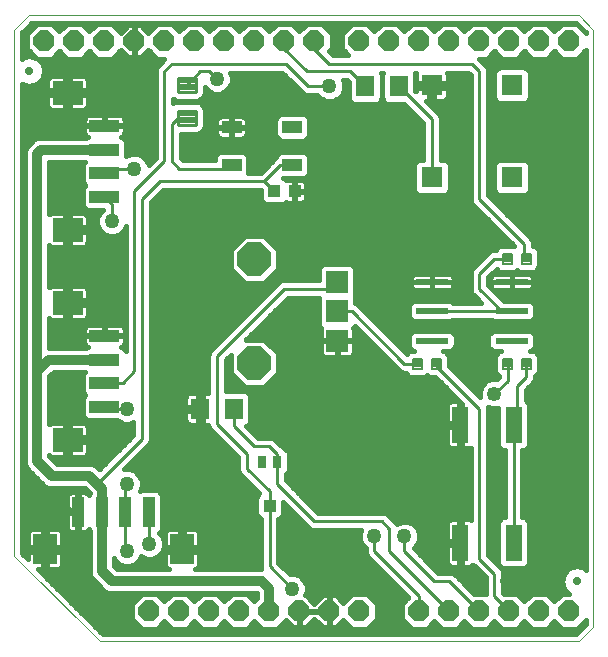
<source format=gtl>
G75*
%MOIN*%
%OFA0B0*%
%FSLAX25Y25*%
%IPPOS*%
%LPD*%
%AMOC8*
5,1,8,0,0,1.08239X$1,22.5*
%
%ADD10C,0.00004*%
%ADD11R,0.06299X0.07098*%
%ADD12R,0.05512X0.12205*%
%ADD13R,0.10827X0.01969*%
%ADD14R,0.07400X0.07400*%
%ADD15OC8,0.11024*%
%ADD16R,0.03937X0.09843*%
%ADD17R,0.07874X0.09843*%
%ADD18R,0.09843X0.03937*%
%ADD19R,0.09843X0.07874*%
%ADD20R,0.03150X0.04331*%
%ADD21R,0.03937X0.04331*%
%ADD22OC8,0.07000*%
%ADD23R,0.06500X0.03937*%
%ADD24R,0.04331X0.03937*%
%ADD25R,0.07087X0.07087*%
%ADD26C,0.01142*%
%ADD27C,0.02756*%
%ADD28C,0.00748*%
%ADD29C,0.01000*%
%ADD30C,0.01600*%
%ADD31C,0.05000*%
%ADD32C,0.07600*%
%ADD33C,0.05906*%
%ADD34C,0.04921*%
%ADD35C,0.03200*%
D10*
X0008874Y0037220D02*
X0037220Y0008874D01*
X0197063Y0008874D01*
X0201787Y0013598D01*
X0201787Y0212811D01*
X0197063Y0217535D01*
X0013598Y0217535D01*
X0008874Y0212811D01*
X0008874Y0037220D01*
D11*
X0070776Y0086374D03*
X0081972Y0086374D03*
X0125776Y0193874D03*
X0136972Y0193874D03*
D12*
X0157516Y0081059D03*
X0175232Y0081059D03*
X0175232Y0041689D03*
X0157516Y0041689D03*
D13*
X0148087Y0109031D03*
X0148087Y0118874D03*
X0148087Y0128717D03*
X0174661Y0128717D03*
X0174661Y0118874D03*
X0174661Y0109031D03*
D14*
X0116433Y0109031D03*
X0116433Y0118874D03*
X0116433Y0128717D03*
D15*
X0088874Y0136197D03*
X0088874Y0101551D03*
D16*
X0053685Y0051874D03*
X0045811Y0051874D03*
X0037937Y0051874D03*
X0030063Y0051874D03*
D17*
X0019039Y0039579D03*
X0064709Y0039579D03*
D18*
X0038874Y0087063D03*
X0038874Y0094937D03*
X0038874Y0102811D03*
X0038874Y0110685D03*
X0038874Y0157063D03*
X0038874Y0164937D03*
X0038874Y0172811D03*
X0038874Y0180685D03*
D19*
X0026579Y0191709D03*
X0026579Y0146039D03*
X0026579Y0121709D03*
X0026579Y0076039D03*
D20*
X0091315Y0068736D03*
X0096433Y0068736D03*
D21*
X0093913Y0054051D03*
D22*
X0093874Y0018874D03*
X0083874Y0018874D03*
X0073874Y0018874D03*
X0063874Y0018874D03*
X0053874Y0018874D03*
X0103874Y0018874D03*
X0113874Y0018874D03*
X0123874Y0018874D03*
X0143874Y0018874D03*
X0153874Y0018874D03*
X0163874Y0018874D03*
X0173874Y0018874D03*
X0183874Y0018874D03*
X0193874Y0018874D03*
X0193874Y0208874D03*
X0183874Y0208874D03*
X0173874Y0208874D03*
X0163874Y0208874D03*
X0153874Y0208874D03*
X0143874Y0208874D03*
X0133874Y0208874D03*
X0123874Y0208874D03*
X0108874Y0208874D03*
X0098874Y0208874D03*
X0088874Y0208874D03*
X0078874Y0208874D03*
X0068874Y0208874D03*
X0058874Y0208874D03*
X0048874Y0208874D03*
X0038874Y0208874D03*
X0028874Y0208874D03*
X0018874Y0208874D03*
D23*
X0081228Y0180173D03*
X0081228Y0167575D03*
X0101520Y0167575D03*
X0101520Y0180173D03*
D24*
X0102220Y0158874D03*
X0095528Y0158874D03*
D25*
X0147988Y0163520D03*
X0174760Y0163520D03*
X0174760Y0194228D03*
X0147988Y0194228D03*
D26*
X0069346Y0192103D02*
X0063402Y0192103D01*
X0063402Y0196669D01*
X0069346Y0196669D01*
X0069346Y0192103D01*
X0069346Y0193244D02*
X0063402Y0193244D01*
X0063402Y0194385D02*
X0069346Y0194385D01*
X0069346Y0195526D02*
X0063402Y0195526D01*
X0063402Y0196667D02*
X0069346Y0196667D01*
X0069346Y0181079D02*
X0063402Y0181079D01*
X0063402Y0185645D01*
X0069346Y0185645D01*
X0069346Y0181079D01*
X0069346Y0182220D02*
X0063402Y0182220D01*
X0063402Y0183361D02*
X0069346Y0183361D01*
X0069346Y0184502D02*
X0063402Y0184502D01*
X0063402Y0185643D02*
X0069346Y0185643D01*
D27*
X0013874Y0198874D03*
X0196374Y0028874D03*
D28*
X0178028Y0099780D02*
X0178028Y0102968D01*
X0181020Y0102968D01*
X0181020Y0099780D01*
X0178028Y0099780D01*
X0178028Y0100527D02*
X0181020Y0100527D01*
X0181020Y0101274D02*
X0178028Y0101274D01*
X0178028Y0102021D02*
X0181020Y0102021D01*
X0181020Y0102768D02*
X0178028Y0102768D01*
X0171728Y0102968D02*
X0171728Y0099780D01*
X0171728Y0102968D02*
X0174720Y0102968D01*
X0174720Y0099780D01*
X0171728Y0099780D01*
X0171728Y0100527D02*
X0174720Y0100527D01*
X0174720Y0101274D02*
X0171728Y0101274D01*
X0171728Y0102021D02*
X0174720Y0102021D01*
X0174720Y0102768D02*
X0171728Y0102768D01*
X0151020Y0102968D02*
X0151020Y0099780D01*
X0148028Y0099780D01*
X0148028Y0102968D01*
X0151020Y0102968D01*
X0151020Y0100527D02*
X0148028Y0100527D01*
X0148028Y0101274D02*
X0151020Y0101274D01*
X0151020Y0102021D02*
X0148028Y0102021D01*
X0148028Y0102768D02*
X0151020Y0102768D01*
X0144720Y0102968D02*
X0144720Y0099780D01*
X0141728Y0099780D01*
X0141728Y0102968D01*
X0144720Y0102968D01*
X0144720Y0100527D02*
X0141728Y0100527D01*
X0141728Y0101274D02*
X0144720Y0101274D01*
X0144720Y0102021D02*
X0141728Y0102021D01*
X0141728Y0102768D02*
X0144720Y0102768D01*
X0174720Y0134780D02*
X0174720Y0137968D01*
X0174720Y0134780D02*
X0171728Y0134780D01*
X0171728Y0137968D01*
X0174720Y0137968D01*
X0174720Y0135527D02*
X0171728Y0135527D01*
X0171728Y0136274D02*
X0174720Y0136274D01*
X0174720Y0137021D02*
X0171728Y0137021D01*
X0171728Y0137768D02*
X0174720Y0137768D01*
X0181020Y0137968D02*
X0181020Y0134780D01*
X0178028Y0134780D01*
X0178028Y0137968D01*
X0181020Y0137968D01*
X0181020Y0135527D02*
X0178028Y0135527D01*
X0178028Y0136274D02*
X0181020Y0136274D01*
X0181020Y0137021D02*
X0178028Y0137021D01*
X0178028Y0137768D02*
X0181020Y0137768D01*
D29*
X0179524Y0136374D02*
X0178874Y0137024D01*
X0178874Y0141374D01*
X0163874Y0156374D01*
X0163874Y0198874D01*
X0161374Y0201374D01*
X0113874Y0201374D01*
X0108874Y0206374D01*
X0108874Y0208874D01*
X0099374Y0201374D02*
X0061374Y0201374D01*
X0058874Y0198874D01*
X0058874Y0168874D01*
X0048874Y0158874D01*
X0048874Y0098874D01*
X0044937Y0094937D01*
X0038874Y0094937D01*
X0038874Y0087063D02*
X0038185Y0086374D01*
X0046374Y0086374D01*
X0051374Y0076374D02*
X0036374Y0061374D01*
X0045811Y0060811D02*
X0045811Y0051874D01*
X0045811Y0039437D01*
X0046374Y0038874D01*
X0053874Y0041374D02*
X0053874Y0052063D01*
X0053685Y0051874D01*
X0045811Y0060811D02*
X0046374Y0061374D01*
X0038874Y0073874D02*
X0036039Y0076039D01*
X0026579Y0076039D01*
X0019374Y0056874D02*
X0018874Y0056374D01*
X0019039Y0051209D01*
X0019039Y0039579D01*
X0030063Y0051874D02*
X0019374Y0056874D01*
X0051374Y0076374D02*
X0051374Y0156374D01*
X0057220Y0162220D01*
X0092181Y0162220D01*
X0097535Y0167575D01*
X0101520Y0167575D01*
X0095528Y0158874D02*
X0092181Y0162220D01*
X0081228Y0167575D02*
X0080028Y0166374D01*
X0063874Y0166374D01*
X0061374Y0168874D01*
X0061374Y0181374D01*
X0063362Y0183362D01*
X0066374Y0183362D01*
X0066374Y0194386D02*
X0070862Y0198874D01*
X0073874Y0198874D01*
X0076374Y0196374D01*
X0098874Y0206374D02*
X0098874Y0208874D01*
X0098874Y0206374D02*
X0106374Y0198874D01*
X0120776Y0198874D01*
X0125776Y0193874D01*
X0113874Y0193874D02*
X0106874Y0193874D01*
X0099374Y0201374D01*
X0136972Y0193874D02*
X0147988Y0182858D01*
X0147988Y0163520D01*
X0146728Y0163520D01*
X0168874Y0136374D02*
X0173224Y0136374D01*
X0168874Y0136374D02*
X0163874Y0131374D01*
X0163874Y0126374D01*
X0171374Y0118874D01*
X0174661Y0118874D01*
X0148087Y0118874D01*
X0149524Y0101374D02*
X0149524Y0100724D01*
X0163874Y0086374D01*
X0163874Y0036374D01*
X0168874Y0031374D01*
X0168874Y0023874D01*
X0173874Y0018874D01*
X0163874Y0018874D02*
X0153874Y0028874D01*
X0148874Y0028874D01*
X0138874Y0038874D01*
X0138874Y0043874D01*
X0133874Y0046374D02*
X0133874Y0038874D01*
X0153874Y0018874D01*
X0143874Y0018874D02*
X0143874Y0023874D01*
X0128874Y0038874D01*
X0128874Y0043874D01*
X0131374Y0048874D02*
X0133874Y0046374D01*
X0131374Y0048874D02*
X0108874Y0048874D01*
X0096433Y0061315D01*
X0096433Y0068736D01*
X0096433Y0071315D01*
X0093874Y0073874D01*
X0088874Y0073874D01*
X0081972Y0080776D01*
X0081972Y0086374D01*
X0081972Y0083276D01*
X0076374Y0081374D02*
X0086374Y0071374D01*
X0086374Y0066374D01*
X0093913Y0058835D01*
X0093913Y0054051D01*
X0093913Y0033835D01*
X0101374Y0026374D01*
X0076374Y0081374D02*
X0076374Y0103874D01*
X0098874Y0126374D01*
X0114091Y0126374D01*
X0116433Y0128717D01*
X0116433Y0118874D02*
X0121374Y0118874D01*
X0138874Y0101374D01*
X0143224Y0101374D01*
X0168874Y0091374D02*
X0173224Y0095724D01*
X0173224Y0101374D01*
X0179524Y0101374D02*
X0179524Y0097024D01*
X0176374Y0093874D01*
X0176374Y0082201D01*
X0175232Y0081059D01*
X0175232Y0041689D01*
X0048874Y0166374D02*
X0040311Y0166374D01*
X0038874Y0164937D01*
X0040311Y0171374D02*
X0038874Y0172811D01*
X0038874Y0157063D02*
X0041374Y0154563D01*
X0041374Y0148874D01*
X0026579Y0141169D02*
X0033874Y0133874D01*
X0026579Y0126579D01*
X0026579Y0121709D01*
X0026579Y0141169D02*
X0026579Y0146039D01*
D30*
X0024632Y0024859D02*
X0089732Y0024859D01*
X0089717Y0024874D02*
X0089874Y0024717D01*
X0089874Y0023218D01*
X0088874Y0022218D01*
X0086318Y0024774D01*
X0081430Y0024774D01*
X0078874Y0022218D01*
X0076318Y0024774D01*
X0071430Y0024774D01*
X0068874Y0022218D01*
X0066318Y0024774D01*
X0061430Y0024774D01*
X0058874Y0022218D01*
X0056318Y0024774D01*
X0051430Y0024774D01*
X0047974Y0021318D01*
X0047974Y0016430D01*
X0051430Y0012974D01*
X0056318Y0012974D01*
X0058874Y0015530D01*
X0061430Y0012974D01*
X0066318Y0012974D01*
X0068874Y0015530D01*
X0071430Y0012974D01*
X0076318Y0012974D01*
X0078874Y0015530D01*
X0081430Y0012974D01*
X0086318Y0012974D01*
X0088874Y0015530D01*
X0091430Y0012974D01*
X0096318Y0012974D01*
X0099309Y0015966D01*
X0101685Y0013590D01*
X0103674Y0013590D01*
X0103674Y0018674D01*
X0104074Y0018674D01*
X0104074Y0013590D01*
X0106063Y0013590D01*
X0108874Y0016401D01*
X0111685Y0013590D01*
X0113674Y0013590D01*
X0113674Y0018674D01*
X0114074Y0018674D01*
X0114074Y0013590D01*
X0116063Y0013590D01*
X0118439Y0015966D01*
X0121430Y0012974D01*
X0126318Y0012974D01*
X0129774Y0016430D01*
X0129774Y0021318D01*
X0126318Y0024774D01*
X0121430Y0024774D01*
X0118439Y0021782D01*
X0116063Y0024158D01*
X0114074Y0024158D01*
X0114074Y0019074D01*
X0113674Y0019074D01*
X0113674Y0018674D01*
X0108590Y0018674D01*
X0104074Y0018674D01*
X0104074Y0019074D01*
X0113674Y0019074D01*
X0113674Y0024158D01*
X0111685Y0024158D01*
X0108874Y0021347D01*
X0106063Y0024158D01*
X0105760Y0024158D01*
X0106274Y0025399D01*
X0106274Y0027349D01*
X0105528Y0029150D01*
X0104150Y0030528D01*
X0102349Y0031274D01*
X0100575Y0031274D01*
X0096813Y0035036D01*
X0096813Y0049674D01*
X0097241Y0049851D01*
X0097916Y0050526D01*
X0098282Y0051408D01*
X0098282Y0055365D01*
X0106416Y0047231D01*
X0107231Y0046416D01*
X0108297Y0045974D01*
X0124440Y0045974D01*
X0123974Y0044849D01*
X0123974Y0042899D01*
X0124720Y0041098D01*
X0125974Y0039844D01*
X0125974Y0038297D01*
X0126416Y0037231D01*
X0127231Y0036416D01*
X0140151Y0023495D01*
X0137974Y0021318D01*
X0137974Y0016430D01*
X0141430Y0012974D01*
X0146318Y0012974D01*
X0148874Y0015530D01*
X0151430Y0012974D01*
X0156318Y0012974D01*
X0158874Y0015530D01*
X0161430Y0012974D01*
X0166318Y0012974D01*
X0168874Y0015530D01*
X0171430Y0012974D01*
X0176318Y0012974D01*
X0178874Y0015530D01*
X0181430Y0012974D01*
X0186318Y0012974D01*
X0188874Y0015530D01*
X0191430Y0012974D01*
X0196318Y0012974D01*
X0199385Y0016042D01*
X0199385Y0014593D01*
X0196068Y0011276D01*
X0038215Y0011276D01*
X0016618Y0032873D01*
X0018239Y0032873D01*
X0018239Y0038779D01*
X0013318Y0038779D01*
X0013318Y0036173D01*
X0011276Y0038215D01*
X0011276Y0194625D01*
X0011368Y0194533D01*
X0013874Y0193862D01*
X0016380Y0194533D01*
X0018215Y0196368D01*
X0018886Y0198874D01*
X0018215Y0201380D01*
X0016621Y0202974D01*
X0021318Y0202974D01*
X0023874Y0205530D01*
X0026430Y0202974D01*
X0031318Y0202974D01*
X0033874Y0205530D01*
X0036430Y0202974D01*
X0041318Y0202974D01*
X0044309Y0205966D01*
X0046685Y0203590D01*
X0048674Y0203590D01*
X0048674Y0208674D01*
X0049074Y0208674D01*
X0049074Y0203590D01*
X0051063Y0203590D01*
X0053439Y0205966D01*
X0056430Y0202974D01*
X0058873Y0202974D01*
X0057231Y0201333D01*
X0056416Y0200517D01*
X0055974Y0199451D01*
X0055974Y0170075D01*
X0053620Y0167721D01*
X0053028Y0169150D01*
X0051650Y0170528D01*
X0049849Y0171274D01*
X0047899Y0171274D01*
X0046195Y0170568D01*
X0046195Y0175257D01*
X0045830Y0176139D01*
X0045155Y0176814D01*
X0044522Y0177076D01*
X0044891Y0177289D01*
X0045223Y0177621D01*
X0045458Y0178028D01*
X0045580Y0178482D01*
X0045580Y0180501D01*
X0039058Y0180501D01*
X0039058Y0180869D01*
X0045580Y0180869D01*
X0045580Y0182888D01*
X0045458Y0183342D01*
X0045223Y0183749D01*
X0044891Y0184081D01*
X0044484Y0184316D01*
X0044030Y0184438D01*
X0039058Y0184438D01*
X0039058Y0180869D01*
X0038690Y0180869D01*
X0038690Y0180501D01*
X0032169Y0180501D01*
X0032169Y0178482D01*
X0032290Y0178028D01*
X0032525Y0177621D01*
X0032857Y0177289D01*
X0033226Y0177076D01*
X0032593Y0176814D01*
X0032590Y0176811D01*
X0017015Y0176811D01*
X0015545Y0176202D01*
X0014108Y0174765D01*
X0012983Y0173640D01*
X0012374Y0172170D01*
X0012374Y0068078D01*
X0012983Y0066608D01*
X0014108Y0065483D01*
X0019108Y0060483D01*
X0020578Y0059874D01*
X0032217Y0059874D01*
X0033935Y0058156D01*
X0033934Y0058155D01*
X0033672Y0057522D01*
X0033459Y0057891D01*
X0033127Y0058223D01*
X0032720Y0058458D01*
X0032266Y0058580D01*
X0030247Y0058580D01*
X0030247Y0052058D01*
X0029879Y0052058D01*
X0029879Y0051690D01*
X0030247Y0051690D01*
X0030247Y0045169D01*
X0032266Y0045169D01*
X0032720Y0045290D01*
X0033127Y0045525D01*
X0033459Y0045857D01*
X0033672Y0046226D01*
X0033934Y0045593D01*
X0033937Y0045590D01*
X0033937Y0031515D01*
X0034546Y0030045D01*
X0035671Y0028920D01*
X0039108Y0025483D01*
X0040578Y0024874D01*
X0089717Y0024874D01*
X0089874Y0023261D02*
X0087831Y0023261D01*
X0079917Y0023261D02*
X0077831Y0023261D01*
X0069917Y0023261D02*
X0067831Y0023261D01*
X0059917Y0023261D02*
X0057831Y0023261D01*
X0049917Y0023261D02*
X0026231Y0023261D01*
X0027829Y0021662D02*
X0048318Y0021662D01*
X0047974Y0020064D02*
X0029428Y0020064D01*
X0031026Y0018465D02*
X0047974Y0018465D01*
X0047974Y0016867D02*
X0032625Y0016867D01*
X0034223Y0015268D02*
X0049136Y0015268D01*
X0050735Y0013670D02*
X0035822Y0013670D01*
X0037420Y0012071D02*
X0196863Y0012071D01*
X0197013Y0013670D02*
X0198462Y0013670D01*
X0198612Y0015268D02*
X0199385Y0015268D01*
X0190735Y0013670D02*
X0187013Y0013670D01*
X0188612Y0015268D02*
X0189136Y0015268D01*
X0188874Y0022218D02*
X0186318Y0024774D01*
X0181430Y0024774D01*
X0178874Y0022218D01*
X0176318Y0024774D01*
X0172075Y0024774D01*
X0171774Y0025075D01*
X0171774Y0031951D01*
X0171333Y0033017D01*
X0170517Y0033833D01*
X0166774Y0037575D01*
X0166774Y0086951D01*
X0166758Y0086989D01*
X0167907Y0086513D01*
X0169841Y0086513D01*
X0170076Y0086611D01*
X0170076Y0074479D01*
X0170442Y0073597D01*
X0171117Y0072922D01*
X0171999Y0072557D01*
X0172332Y0072557D01*
X0172332Y0050191D01*
X0171999Y0050191D01*
X0171117Y0049826D01*
X0170442Y0049151D01*
X0170076Y0048269D01*
X0170076Y0035109D01*
X0170442Y0034227D01*
X0171117Y0033552D01*
X0171999Y0033187D01*
X0178466Y0033187D01*
X0179348Y0033552D01*
X0180023Y0034227D01*
X0180388Y0035109D01*
X0180388Y0048269D01*
X0180023Y0049151D01*
X0179348Y0049826D01*
X0178466Y0050191D01*
X0178132Y0050191D01*
X0178132Y0072557D01*
X0178466Y0072557D01*
X0179348Y0072922D01*
X0180023Y0073597D01*
X0180388Y0074479D01*
X0180388Y0087639D01*
X0180023Y0088521D01*
X0179348Y0089196D01*
X0179274Y0089227D01*
X0179274Y0092673D01*
X0181982Y0095381D01*
X0182424Y0096447D01*
X0182424Y0097358D01*
X0182591Y0097428D01*
X0183371Y0098208D01*
X0183794Y0099228D01*
X0183794Y0103520D01*
X0183371Y0104540D01*
X0182591Y0105320D01*
X0181571Y0105743D01*
X0180782Y0105743D01*
X0181434Y0106013D01*
X0182109Y0106688D01*
X0182475Y0107570D01*
X0182475Y0110493D01*
X0182109Y0111375D01*
X0181434Y0112050D01*
X0180552Y0112416D01*
X0168771Y0112416D01*
X0167889Y0112050D01*
X0167213Y0111375D01*
X0166848Y0110493D01*
X0166848Y0107570D01*
X0167213Y0106688D01*
X0167889Y0106013D01*
X0168771Y0105647D01*
X0170947Y0105647D01*
X0170157Y0105320D01*
X0169377Y0104540D01*
X0168954Y0103520D01*
X0168954Y0099228D01*
X0169377Y0098208D01*
X0170157Y0097428D01*
X0170324Y0097358D01*
X0170324Y0096926D01*
X0169633Y0096235D01*
X0167907Y0096235D01*
X0166121Y0095495D01*
X0164753Y0094127D01*
X0164013Y0092341D01*
X0164013Y0090407D01*
X0164064Y0090285D01*
X0153794Y0100556D01*
X0153794Y0103520D01*
X0153371Y0104540D01*
X0152591Y0105320D01*
X0151801Y0105647D01*
X0153977Y0105647D01*
X0154859Y0106013D01*
X0155535Y0106688D01*
X0155900Y0107570D01*
X0155900Y0110493D01*
X0155535Y0111375D01*
X0154859Y0112050D01*
X0153977Y0112416D01*
X0142196Y0112416D01*
X0141314Y0112050D01*
X0140639Y0111375D01*
X0140273Y0110493D01*
X0140273Y0107570D01*
X0140639Y0106688D01*
X0141314Y0106013D01*
X0141966Y0105743D01*
X0141177Y0105743D01*
X0140157Y0105320D01*
X0139593Y0104756D01*
X0123833Y0120517D01*
X0123017Y0121333D01*
X0122533Y0121533D01*
X0122533Y0123051D01*
X0122225Y0123795D01*
X0122533Y0124539D01*
X0122533Y0132894D01*
X0122168Y0133776D01*
X0121493Y0134451D01*
X0120610Y0134817D01*
X0112256Y0134817D01*
X0111374Y0134451D01*
X0110698Y0133776D01*
X0110333Y0132894D01*
X0110333Y0129274D01*
X0098297Y0129274D01*
X0097231Y0128833D01*
X0074731Y0106333D01*
X0073916Y0105517D01*
X0073474Y0104451D01*
X0073474Y0091707D01*
X0071550Y0091707D01*
X0071550Y0087149D01*
X0070001Y0087149D01*
X0070001Y0091707D01*
X0067391Y0091707D01*
X0066937Y0091586D01*
X0066530Y0091351D01*
X0066198Y0091019D01*
X0065963Y0090612D01*
X0065842Y0090158D01*
X0065842Y0087149D01*
X0070001Y0087149D01*
X0070001Y0085599D01*
X0071550Y0085599D01*
X0071550Y0081041D01*
X0073474Y0081041D01*
X0073474Y0080797D01*
X0073916Y0079731D01*
X0083474Y0070173D01*
X0083474Y0065797D01*
X0083916Y0064731D01*
X0084731Y0063916D01*
X0090491Y0058156D01*
X0089910Y0057576D01*
X0089545Y0056694D01*
X0089545Y0051408D01*
X0089910Y0050526D01*
X0090585Y0049851D01*
X0091013Y0049674D01*
X0091013Y0033258D01*
X0091172Y0032874D01*
X0068883Y0032874D01*
X0069334Y0032995D01*
X0069741Y0033230D01*
X0070073Y0033562D01*
X0070308Y0033969D01*
X0070430Y0034423D01*
X0070430Y0038779D01*
X0065509Y0038779D01*
X0065509Y0040379D01*
X0070430Y0040379D01*
X0070430Y0044735D01*
X0070308Y0045189D01*
X0070073Y0045596D01*
X0069741Y0045928D01*
X0069334Y0046163D01*
X0068881Y0046284D01*
X0065509Y0046284D01*
X0065509Y0040379D01*
X0063909Y0040379D01*
X0063909Y0046284D01*
X0060537Y0046284D01*
X0060083Y0046163D01*
X0059676Y0045928D01*
X0059344Y0045596D01*
X0059109Y0045189D01*
X0058987Y0044735D01*
X0058987Y0040379D01*
X0063909Y0040379D01*
X0063909Y0038779D01*
X0058987Y0038779D01*
X0058987Y0034423D01*
X0059109Y0033969D01*
X0059344Y0033562D01*
X0059676Y0033230D01*
X0060083Y0032995D01*
X0060534Y0032874D01*
X0043031Y0032874D01*
X0041937Y0033968D01*
X0041937Y0036782D01*
X0042220Y0036098D01*
X0043598Y0034720D01*
X0045399Y0033974D01*
X0047349Y0033974D01*
X0049150Y0034720D01*
X0050528Y0036098D01*
X0051024Y0037295D01*
X0051098Y0037220D01*
X0052899Y0036474D01*
X0054849Y0036474D01*
X0056650Y0037220D01*
X0058028Y0038598D01*
X0058774Y0040399D01*
X0058774Y0042349D01*
X0058028Y0044150D01*
X0057136Y0045041D01*
X0057688Y0045593D01*
X0058054Y0046475D01*
X0058054Y0057273D01*
X0057688Y0058155D01*
X0057013Y0058830D01*
X0056131Y0059195D01*
X0051239Y0059195D01*
X0050679Y0058963D01*
X0051274Y0060399D01*
X0051274Y0062349D01*
X0050528Y0064150D01*
X0049150Y0065528D01*
X0047349Y0066274D01*
X0045399Y0066274D01*
X0045358Y0066257D01*
X0053833Y0074731D01*
X0054274Y0075797D01*
X0054274Y0155173D01*
X0058422Y0159320D01*
X0090962Y0159320D01*
X0090962Y0156428D01*
X0091328Y0155546D01*
X0092003Y0154871D01*
X0092885Y0154506D01*
X0098170Y0154506D01*
X0099052Y0154871D01*
X0099412Y0155231D01*
X0099820Y0155121D01*
X0102036Y0155121D01*
X0102036Y0158690D01*
X0102405Y0158690D01*
X0102405Y0159058D01*
X0106170Y0159058D01*
X0106170Y0161077D01*
X0106048Y0161531D01*
X0105814Y0161938D01*
X0105481Y0162270D01*
X0105075Y0162505D01*
X0104621Y0162627D01*
X0102405Y0162627D01*
X0102405Y0159058D01*
X0102036Y0159058D01*
X0102036Y0162627D01*
X0099820Y0162627D01*
X0099412Y0162517D01*
X0099052Y0162877D01*
X0098258Y0163206D01*
X0105247Y0163206D01*
X0106129Y0163572D01*
X0106804Y0164247D01*
X0107170Y0165129D01*
X0107170Y0170021D01*
X0106804Y0170903D01*
X0106129Y0171578D01*
X0105247Y0171943D01*
X0097792Y0171943D01*
X0096910Y0171578D01*
X0096235Y0170903D01*
X0095870Y0170021D01*
X0095870Y0170010D01*
X0090980Y0165120D01*
X0086875Y0165120D01*
X0086878Y0165129D01*
X0086878Y0170021D01*
X0086513Y0170903D01*
X0085838Y0171578D01*
X0084956Y0171943D01*
X0077501Y0171943D01*
X0076619Y0171578D01*
X0075944Y0170903D01*
X0075578Y0170021D01*
X0075578Y0169274D01*
X0065075Y0169274D01*
X0064274Y0170075D01*
X0064274Y0178108D01*
X0069937Y0178108D01*
X0071029Y0178560D01*
X0071865Y0179396D01*
X0072317Y0180488D01*
X0072317Y0186237D01*
X0071865Y0187329D01*
X0071029Y0188164D01*
X0069937Y0188617D01*
X0062811Y0188617D01*
X0061774Y0188187D01*
X0061774Y0189561D01*
X0062811Y0189131D01*
X0069937Y0189131D01*
X0071029Y0189584D01*
X0071865Y0190420D01*
X0072317Y0191511D01*
X0072317Y0193501D01*
X0073598Y0192220D01*
X0075399Y0191474D01*
X0077349Y0191474D01*
X0079150Y0192220D01*
X0080528Y0193598D01*
X0081274Y0195399D01*
X0081274Y0197349D01*
X0080808Y0198474D01*
X0098173Y0198474D01*
X0104416Y0192231D01*
X0105231Y0191416D01*
X0106297Y0190974D01*
X0109844Y0190974D01*
X0111098Y0189720D01*
X0112899Y0188974D01*
X0114849Y0188974D01*
X0116650Y0189720D01*
X0118028Y0191098D01*
X0118774Y0192899D01*
X0118774Y0194849D01*
X0118308Y0195974D01*
X0119574Y0195974D01*
X0120226Y0195322D01*
X0120226Y0189847D01*
X0120591Y0188965D01*
X0121266Y0188290D01*
X0122149Y0187925D01*
X0129403Y0187925D01*
X0130285Y0188290D01*
X0130960Y0188965D01*
X0131325Y0189847D01*
X0131325Y0197901D01*
X0131088Y0198474D01*
X0131660Y0198474D01*
X0131423Y0197901D01*
X0131423Y0189847D01*
X0131788Y0188965D01*
X0132463Y0188290D01*
X0133345Y0187925D01*
X0138820Y0187925D01*
X0145088Y0181657D01*
X0145088Y0169463D01*
X0143967Y0169463D01*
X0143085Y0169098D01*
X0142410Y0168422D01*
X0142045Y0167540D01*
X0142045Y0159499D01*
X0142410Y0158617D01*
X0143085Y0157942D01*
X0143967Y0157576D01*
X0152009Y0157576D01*
X0152891Y0157942D01*
X0153566Y0158617D01*
X0153931Y0159499D01*
X0153931Y0167540D01*
X0153566Y0168422D01*
X0152891Y0169098D01*
X0152009Y0169463D01*
X0150888Y0169463D01*
X0150888Y0183435D01*
X0150447Y0184501D01*
X0149631Y0185317D01*
X0146047Y0188901D01*
X0147188Y0188901D01*
X0147188Y0193428D01*
X0148788Y0193428D01*
X0148788Y0188901D01*
X0151766Y0188901D01*
X0152220Y0189022D01*
X0152627Y0189257D01*
X0152959Y0189589D01*
X0153194Y0189996D01*
X0153316Y0190450D01*
X0153316Y0193428D01*
X0148788Y0193428D01*
X0148788Y0195028D01*
X0153316Y0195028D01*
X0153316Y0198007D01*
X0153194Y0198460D01*
X0153186Y0198474D01*
X0160173Y0198474D01*
X0160974Y0197673D01*
X0160974Y0155797D01*
X0161416Y0154731D01*
X0175498Y0140649D01*
X0175272Y0140743D01*
X0171177Y0140743D01*
X0170157Y0140320D01*
X0169377Y0139540D01*
X0169267Y0139274D01*
X0168297Y0139274D01*
X0167231Y0138833D01*
X0166416Y0138017D01*
X0161416Y0133017D01*
X0160974Y0131951D01*
X0160974Y0125797D01*
X0161416Y0124731D01*
X0162231Y0123916D01*
X0164373Y0121774D01*
X0154978Y0121774D01*
X0154859Y0121893D01*
X0153977Y0122258D01*
X0142196Y0122258D01*
X0141314Y0121893D01*
X0140639Y0121218D01*
X0140273Y0120336D01*
X0140273Y0117412D01*
X0140639Y0116530D01*
X0141314Y0115855D01*
X0142196Y0115490D01*
X0153977Y0115490D01*
X0154859Y0115855D01*
X0154978Y0115974D01*
X0167770Y0115974D01*
X0167889Y0115855D01*
X0168771Y0115490D01*
X0180552Y0115490D01*
X0181434Y0115855D01*
X0182109Y0116530D01*
X0182475Y0117412D01*
X0182475Y0120336D01*
X0182109Y0121218D01*
X0181434Y0121893D01*
X0180552Y0122258D01*
X0172091Y0122258D01*
X0166774Y0127575D01*
X0166774Y0130173D01*
X0169593Y0132992D01*
X0170157Y0132428D01*
X0171177Y0132006D01*
X0175272Y0132006D01*
X0176292Y0132428D01*
X0176374Y0132510D01*
X0176456Y0132428D01*
X0177476Y0132006D01*
X0181571Y0132006D01*
X0182591Y0132428D01*
X0183371Y0133208D01*
X0183794Y0134228D01*
X0183794Y0138520D01*
X0183371Y0139540D01*
X0182591Y0140320D01*
X0181774Y0140659D01*
X0181774Y0141951D01*
X0181333Y0143017D01*
X0180517Y0143833D01*
X0166774Y0157575D01*
X0166774Y0199451D01*
X0166333Y0200517D01*
X0165517Y0201333D01*
X0163875Y0202974D01*
X0166318Y0202974D01*
X0168874Y0205530D01*
X0171430Y0202974D01*
X0176318Y0202974D01*
X0178874Y0205530D01*
X0181430Y0202974D01*
X0186318Y0202974D01*
X0188874Y0205530D01*
X0191430Y0202974D01*
X0196318Y0202974D01*
X0199385Y0206042D01*
X0199385Y0032709D01*
X0198880Y0033215D01*
X0196374Y0033886D01*
X0193868Y0033215D01*
X0192033Y0031380D01*
X0191362Y0028874D01*
X0192033Y0026368D01*
X0193627Y0024774D01*
X0191430Y0024774D01*
X0188874Y0022218D01*
X0187831Y0023261D02*
X0189917Y0023261D01*
X0192009Y0026458D02*
X0171774Y0026458D01*
X0171774Y0028056D02*
X0191581Y0028056D01*
X0191571Y0029655D02*
X0171774Y0029655D01*
X0171774Y0031253D02*
X0191999Y0031253D01*
X0193505Y0032852D02*
X0171401Y0032852D01*
X0170349Y0034450D02*
X0169899Y0034450D01*
X0170076Y0036049D02*
X0168301Y0036049D01*
X0166774Y0037647D02*
X0170076Y0037647D01*
X0170076Y0039246D02*
X0166774Y0039246D01*
X0166774Y0040844D02*
X0170076Y0040844D01*
X0170076Y0042443D02*
X0166774Y0042443D01*
X0166774Y0044041D02*
X0170076Y0044041D01*
X0170076Y0045640D02*
X0166774Y0045640D01*
X0166774Y0047238D02*
X0170076Y0047238D01*
X0170312Y0048837D02*
X0166774Y0048837D01*
X0166774Y0050435D02*
X0172332Y0050435D01*
X0172332Y0052034D02*
X0166774Y0052034D01*
X0166774Y0053632D02*
X0172332Y0053632D01*
X0172332Y0055231D02*
X0166774Y0055231D01*
X0166774Y0056829D02*
X0172332Y0056829D01*
X0172332Y0058428D02*
X0166774Y0058428D01*
X0166774Y0060026D02*
X0172332Y0060026D01*
X0172332Y0061625D02*
X0166774Y0061625D01*
X0166774Y0063223D02*
X0172332Y0063223D01*
X0172332Y0064822D02*
X0166774Y0064822D01*
X0166774Y0066420D02*
X0172332Y0066420D01*
X0172332Y0068019D02*
X0166774Y0068019D01*
X0166774Y0069617D02*
X0172332Y0069617D01*
X0172332Y0071216D02*
X0166774Y0071216D01*
X0166774Y0072814D02*
X0171377Y0072814D01*
X0170104Y0074413D02*
X0166774Y0074413D01*
X0166774Y0076011D02*
X0170076Y0076011D01*
X0170076Y0077610D02*
X0166774Y0077610D01*
X0166774Y0079209D02*
X0170076Y0079209D01*
X0170076Y0080807D02*
X0166774Y0080807D01*
X0166774Y0082406D02*
X0170076Y0082406D01*
X0170076Y0084004D02*
X0166774Y0084004D01*
X0166774Y0085603D02*
X0170076Y0085603D01*
X0164017Y0090398D02*
X0163951Y0090398D01*
X0164013Y0091997D02*
X0162353Y0091997D01*
X0160754Y0093595D02*
X0164533Y0093595D01*
X0165820Y0095194D02*
X0159156Y0095194D01*
X0157557Y0096792D02*
X0170191Y0096792D01*
X0169301Y0098391D02*
X0155959Y0098391D01*
X0154360Y0099989D02*
X0168954Y0099989D01*
X0168954Y0101588D02*
X0153794Y0101588D01*
X0153794Y0103186D02*
X0168954Y0103186D01*
X0169621Y0104785D02*
X0153127Y0104785D01*
X0155230Y0106383D02*
X0167518Y0106383D01*
X0166848Y0107982D02*
X0155900Y0107982D01*
X0155900Y0109580D02*
X0166848Y0109580D01*
X0167132Y0111179D02*
X0155616Y0111179D01*
X0163778Y0122368D02*
X0122533Y0122368D01*
X0122296Y0123967D02*
X0162180Y0123967D01*
X0161070Y0125565D02*
X0122533Y0125565D01*
X0122533Y0127164D02*
X0140978Y0127164D01*
X0141011Y0127044D02*
X0141245Y0126637D01*
X0141578Y0126305D01*
X0141985Y0126070D01*
X0142438Y0125948D01*
X0148087Y0125948D01*
X0153735Y0125948D01*
X0154189Y0126070D01*
X0154596Y0126305D01*
X0154928Y0126637D01*
X0155163Y0127044D01*
X0155284Y0127497D01*
X0155284Y0128716D01*
X0148087Y0128716D01*
X0148087Y0125948D01*
X0148087Y0128716D01*
X0148087Y0128716D01*
X0148087Y0128717D01*
X0148087Y0128717D01*
X0148087Y0131485D01*
X0153735Y0131485D01*
X0154189Y0131363D01*
X0154596Y0131129D01*
X0154928Y0130796D01*
X0155163Y0130389D01*
X0155284Y0129936D01*
X0155284Y0128717D01*
X0148087Y0128717D01*
X0148087Y0131485D01*
X0142438Y0131485D01*
X0141985Y0131363D01*
X0141578Y0131129D01*
X0141245Y0130796D01*
X0141011Y0130389D01*
X0140889Y0129936D01*
X0140889Y0128717D01*
X0148086Y0128717D01*
X0148086Y0128716D01*
X0140889Y0128716D01*
X0140889Y0127497D01*
X0141011Y0127044D01*
X0140889Y0128762D02*
X0122533Y0128762D01*
X0122533Y0130361D02*
X0141003Y0130361D01*
X0148087Y0130361D02*
X0148087Y0130361D01*
X0148087Y0128762D02*
X0148087Y0128762D01*
X0148087Y0127164D02*
X0148087Y0127164D01*
X0155195Y0127164D02*
X0160974Y0127164D01*
X0160974Y0128762D02*
X0155284Y0128762D01*
X0155170Y0130361D02*
X0160974Y0130361D01*
X0160978Y0131959D02*
X0122533Y0131959D01*
X0122258Y0133558D02*
X0161957Y0133558D01*
X0163555Y0135156D02*
X0096786Y0135156D01*
X0096786Y0133558D02*
X0110608Y0133558D01*
X0110333Y0131959D02*
X0095826Y0131959D01*
X0096786Y0132920D02*
X0092151Y0128285D01*
X0085597Y0128285D01*
X0080962Y0132920D01*
X0080962Y0139474D01*
X0085597Y0144109D01*
X0092151Y0144109D01*
X0096786Y0139474D01*
X0096786Y0132920D01*
X0094227Y0130361D02*
X0110333Y0130361D01*
X0110508Y0123474D02*
X0110333Y0123051D01*
X0110333Y0114697D01*
X0110698Y0113815D01*
X0111079Y0113434D01*
X0111070Y0113420D01*
X0110949Y0112966D01*
X0110949Y0109216D01*
X0116249Y0109216D01*
X0116249Y0108847D01*
X0116617Y0108847D01*
X0116617Y0103547D01*
X0120368Y0103547D01*
X0120822Y0103669D01*
X0121229Y0103904D01*
X0121561Y0104236D01*
X0121796Y0104643D01*
X0121917Y0105097D01*
X0121917Y0108847D01*
X0116617Y0108847D01*
X0116617Y0109216D01*
X0121917Y0109216D01*
X0121917Y0112966D01*
X0121796Y0113420D01*
X0121788Y0113434D01*
X0122168Y0113815D01*
X0122216Y0113931D01*
X0137231Y0098916D01*
X0138297Y0098474D01*
X0139267Y0098474D01*
X0139377Y0098208D01*
X0140157Y0097428D01*
X0141177Y0097006D01*
X0145272Y0097006D01*
X0146292Y0097428D01*
X0146374Y0097510D01*
X0146456Y0097428D01*
X0147476Y0097006D01*
X0149141Y0097006D01*
X0158094Y0088053D01*
X0158094Y0081637D01*
X0156938Y0081637D01*
X0156938Y0088946D01*
X0154525Y0088946D01*
X0154071Y0088824D01*
X0153664Y0088589D01*
X0153332Y0088257D01*
X0153097Y0087850D01*
X0152976Y0087396D01*
X0152976Y0081637D01*
X0156938Y0081637D01*
X0156938Y0080481D01*
X0158094Y0080481D01*
X0158094Y0073172D01*
X0160507Y0073172D01*
X0160960Y0073294D01*
X0160974Y0073302D01*
X0160974Y0049446D01*
X0160960Y0049454D01*
X0160507Y0049576D01*
X0158094Y0049576D01*
X0158094Y0042267D01*
X0156938Y0042267D01*
X0156938Y0049576D01*
X0154525Y0049576D01*
X0154071Y0049454D01*
X0153664Y0049219D01*
X0153332Y0048887D01*
X0153097Y0048480D01*
X0152976Y0048026D01*
X0152976Y0042267D01*
X0156938Y0042267D01*
X0156938Y0041111D01*
X0158094Y0041111D01*
X0158094Y0033802D01*
X0160507Y0033802D01*
X0160960Y0033924D01*
X0161367Y0034159D01*
X0161678Y0034469D01*
X0162231Y0033916D01*
X0165974Y0030173D01*
X0165974Y0024774D01*
X0162075Y0024774D01*
X0156333Y0030517D01*
X0155517Y0031333D01*
X0154451Y0031774D01*
X0150075Y0031774D01*
X0141889Y0039960D01*
X0143028Y0041098D01*
X0143774Y0042899D01*
X0143774Y0044849D01*
X0143028Y0046650D01*
X0141650Y0048028D01*
X0139849Y0048774D01*
X0137899Y0048774D01*
X0136256Y0048093D01*
X0135517Y0048833D01*
X0133017Y0051333D01*
X0131951Y0051774D01*
X0110075Y0051774D01*
X0099333Y0062516D01*
X0099333Y0064522D01*
X0099367Y0064536D01*
X0100042Y0065211D01*
X0100408Y0066093D01*
X0100408Y0071379D01*
X0100042Y0072261D01*
X0099367Y0072936D01*
X0098592Y0073257D01*
X0095517Y0076333D01*
X0094451Y0076774D01*
X0090075Y0076774D01*
X0086183Y0080666D01*
X0086482Y0080790D01*
X0087157Y0081465D01*
X0087522Y0082347D01*
X0087522Y0090401D01*
X0087157Y0091283D01*
X0086482Y0091958D01*
X0085599Y0092323D01*
X0079274Y0092323D01*
X0079274Y0102673D01*
X0080962Y0104361D01*
X0080962Y0098274D01*
X0085597Y0093639D01*
X0092151Y0093639D01*
X0096786Y0098274D01*
X0096786Y0104828D01*
X0092151Y0109463D01*
X0086064Y0109463D01*
X0100075Y0123474D01*
X0110508Y0123474D01*
X0110333Y0122368D02*
X0098970Y0122368D01*
X0097371Y0120770D02*
X0110333Y0120770D01*
X0110333Y0119171D02*
X0095773Y0119171D01*
X0094174Y0117573D02*
X0110333Y0117573D01*
X0110333Y0115974D02*
X0092575Y0115974D01*
X0090977Y0114376D02*
X0110466Y0114376D01*
X0110949Y0112777D02*
X0089378Y0112777D01*
X0087780Y0111179D02*
X0110949Y0111179D01*
X0110949Y0109580D02*
X0086181Y0109580D01*
X0082775Y0114376D02*
X0054274Y0114376D01*
X0054274Y0115974D02*
X0084373Y0115974D01*
X0085972Y0117573D02*
X0054274Y0117573D01*
X0054274Y0119171D02*
X0087570Y0119171D01*
X0089169Y0120770D02*
X0054274Y0120770D01*
X0054274Y0122368D02*
X0090767Y0122368D01*
X0092366Y0123967D02*
X0054274Y0123967D01*
X0054274Y0125565D02*
X0093964Y0125565D01*
X0095563Y0127164D02*
X0054274Y0127164D01*
X0054274Y0128762D02*
X0085120Y0128762D01*
X0083521Y0130361D02*
X0054274Y0130361D01*
X0054274Y0131959D02*
X0081922Y0131959D01*
X0080962Y0133558D02*
X0054274Y0133558D01*
X0054274Y0135156D02*
X0080962Y0135156D01*
X0080962Y0136755D02*
X0054274Y0136755D01*
X0054274Y0138353D02*
X0080962Y0138353D01*
X0081440Y0139952D02*
X0054274Y0139952D01*
X0054274Y0141550D02*
X0083039Y0141550D01*
X0084637Y0143149D02*
X0054274Y0143149D01*
X0054274Y0144747D02*
X0171399Y0144747D01*
X0172998Y0143149D02*
X0093111Y0143149D01*
X0094709Y0141550D02*
X0174596Y0141550D01*
X0169789Y0139952D02*
X0096308Y0139952D01*
X0096786Y0138353D02*
X0166752Y0138353D01*
X0165154Y0136755D02*
X0096786Y0136755D01*
X0097161Y0128762D02*
X0092629Y0128762D01*
X0081176Y0112777D02*
X0054274Y0112777D01*
X0054274Y0111179D02*
X0079578Y0111179D01*
X0077979Y0109580D02*
X0054274Y0109580D01*
X0054274Y0107982D02*
X0076380Y0107982D01*
X0074782Y0106383D02*
X0054274Y0106383D01*
X0054274Y0104785D02*
X0073612Y0104785D01*
X0073474Y0103186D02*
X0054274Y0103186D01*
X0054274Y0101588D02*
X0073474Y0101588D01*
X0073474Y0099989D02*
X0054274Y0099989D01*
X0054274Y0098391D02*
X0073474Y0098391D01*
X0073474Y0096792D02*
X0054274Y0096792D01*
X0054274Y0095194D02*
X0073474Y0095194D01*
X0073474Y0093595D02*
X0054274Y0093595D01*
X0054274Y0091997D02*
X0073474Y0091997D01*
X0071550Y0090398D02*
X0070001Y0090398D01*
X0070001Y0088800D02*
X0071550Y0088800D01*
X0071550Y0087201D02*
X0070001Y0087201D01*
X0070001Y0085603D02*
X0054274Y0085603D01*
X0054274Y0087201D02*
X0065842Y0087201D01*
X0065842Y0088800D02*
X0054274Y0088800D01*
X0054274Y0090398D02*
X0065906Y0090398D01*
X0065842Y0085599D02*
X0065842Y0082590D01*
X0065963Y0082136D01*
X0066198Y0081729D01*
X0066530Y0081397D01*
X0066937Y0081162D01*
X0067391Y0081041D01*
X0070001Y0081041D01*
X0070001Y0085599D01*
X0065842Y0085599D01*
X0065842Y0084004D02*
X0054274Y0084004D01*
X0054274Y0082406D02*
X0065891Y0082406D01*
X0070001Y0082406D02*
X0071550Y0082406D01*
X0071550Y0084004D02*
X0070001Y0084004D01*
X0073474Y0080807D02*
X0054274Y0080807D01*
X0054274Y0079209D02*
X0074438Y0079209D01*
X0076037Y0077610D02*
X0054274Y0077610D01*
X0054274Y0076011D02*
X0077635Y0076011D01*
X0079234Y0074413D02*
X0053514Y0074413D01*
X0051916Y0072814D02*
X0080832Y0072814D01*
X0082431Y0071216D02*
X0050317Y0071216D01*
X0048719Y0069617D02*
X0083474Y0069617D01*
X0083474Y0068019D02*
X0047120Y0068019D01*
X0045522Y0066420D02*
X0083474Y0066420D01*
X0083878Y0064822D02*
X0049856Y0064822D01*
X0050912Y0063223D02*
X0085423Y0063223D01*
X0087022Y0061625D02*
X0051274Y0061625D01*
X0051120Y0060026D02*
X0088620Y0060026D01*
X0090219Y0058428D02*
X0057415Y0058428D01*
X0058054Y0056829D02*
X0089601Y0056829D01*
X0089545Y0055231D02*
X0058054Y0055231D01*
X0058054Y0053632D02*
X0089545Y0053632D01*
X0089545Y0052034D02*
X0058054Y0052034D01*
X0058054Y0050435D02*
X0090001Y0050435D01*
X0091013Y0048837D02*
X0058054Y0048837D01*
X0058054Y0047238D02*
X0091013Y0047238D01*
X0091013Y0045640D02*
X0070029Y0045640D01*
X0070430Y0044041D02*
X0091013Y0044041D01*
X0091013Y0042443D02*
X0070430Y0042443D01*
X0070430Y0040844D02*
X0091013Y0040844D01*
X0091013Y0039246D02*
X0065509Y0039246D01*
X0065509Y0040844D02*
X0063909Y0040844D01*
X0063909Y0039246D02*
X0058296Y0039246D01*
X0058774Y0040844D02*
X0058987Y0040844D01*
X0058987Y0042443D02*
X0058735Y0042443D01*
X0058987Y0044041D02*
X0058073Y0044041D01*
X0057707Y0045640D02*
X0059388Y0045640D01*
X0063909Y0045640D02*
X0065509Y0045640D01*
X0065509Y0044041D02*
X0063909Y0044041D01*
X0063909Y0042443D02*
X0065509Y0042443D01*
X0070430Y0037647D02*
X0091013Y0037647D01*
X0091013Y0036049D02*
X0070430Y0036049D01*
X0070430Y0034450D02*
X0091013Y0034450D01*
X0096813Y0036049D02*
X0127598Y0036049D01*
X0126243Y0037647D02*
X0096813Y0037647D01*
X0096813Y0039246D02*
X0125974Y0039246D01*
X0124974Y0040844D02*
X0096813Y0040844D01*
X0096813Y0042443D02*
X0124163Y0042443D01*
X0123974Y0044041D02*
X0096813Y0044041D01*
X0096813Y0045640D02*
X0124302Y0045640D01*
X0133914Y0050435D02*
X0160974Y0050435D01*
X0160974Y0052034D02*
X0109815Y0052034D01*
X0108217Y0053632D02*
X0160974Y0053632D01*
X0160974Y0055231D02*
X0106618Y0055231D01*
X0105020Y0056829D02*
X0160974Y0056829D01*
X0160974Y0058428D02*
X0103421Y0058428D01*
X0101823Y0060026D02*
X0160974Y0060026D01*
X0160974Y0061625D02*
X0100224Y0061625D01*
X0099333Y0063223D02*
X0160974Y0063223D01*
X0160974Y0064822D02*
X0099653Y0064822D01*
X0100408Y0066420D02*
X0160974Y0066420D01*
X0160974Y0068019D02*
X0100408Y0068019D01*
X0100408Y0069617D02*
X0160974Y0069617D01*
X0160974Y0071216D02*
X0100408Y0071216D01*
X0099489Y0072814D02*
X0160974Y0072814D01*
X0158094Y0074413D02*
X0156938Y0074413D01*
X0156938Y0073172D02*
X0156938Y0080481D01*
X0152976Y0080481D01*
X0152976Y0074722D01*
X0153097Y0074268D01*
X0153332Y0073861D01*
X0153664Y0073529D01*
X0154071Y0073294D01*
X0154525Y0073172D01*
X0156938Y0073172D01*
X0156938Y0076011D02*
X0158094Y0076011D01*
X0158094Y0077610D02*
X0156938Y0077610D01*
X0156938Y0079209D02*
X0158094Y0079209D01*
X0156938Y0080807D02*
X0086498Y0080807D01*
X0087522Y0082406D02*
X0152976Y0082406D01*
X0152976Y0084004D02*
X0087522Y0084004D01*
X0087522Y0085603D02*
X0152976Y0085603D01*
X0152976Y0087201D02*
X0087522Y0087201D01*
X0087522Y0088800D02*
X0154029Y0088800D01*
X0155749Y0090398D02*
X0087522Y0090398D01*
X0086388Y0091997D02*
X0154150Y0091997D01*
X0152552Y0093595D02*
X0079274Y0093595D01*
X0079274Y0095194D02*
X0084043Y0095194D01*
X0082444Y0096792D02*
X0079274Y0096792D01*
X0079274Y0098391D02*
X0080962Y0098391D01*
X0080962Y0099989D02*
X0079274Y0099989D01*
X0079274Y0101588D02*
X0080962Y0101588D01*
X0080962Y0103186D02*
X0079787Y0103186D01*
X0093632Y0107982D02*
X0110949Y0107982D01*
X0110949Y0108847D02*
X0110949Y0105097D01*
X0111070Y0104643D01*
X0111305Y0104236D01*
X0111638Y0103904D01*
X0112044Y0103669D01*
X0112498Y0103547D01*
X0116249Y0103547D01*
X0116249Y0108847D01*
X0110949Y0108847D01*
X0110949Y0106383D02*
X0095231Y0106383D01*
X0096786Y0104785D02*
X0111032Y0104785D01*
X0116249Y0104785D02*
X0116617Y0104785D01*
X0116617Y0106383D02*
X0116249Y0106383D01*
X0116249Y0107982D02*
X0116617Y0107982D01*
X0121917Y0107982D02*
X0128165Y0107982D01*
X0126567Y0109580D02*
X0121917Y0109580D01*
X0121917Y0111179D02*
X0124968Y0111179D01*
X0123370Y0112777D02*
X0121917Y0112777D01*
X0121917Y0106383D02*
X0129764Y0106383D01*
X0131362Y0104785D02*
X0121834Y0104785D01*
X0129973Y0114376D02*
X0199385Y0114376D01*
X0199385Y0115974D02*
X0181553Y0115974D01*
X0182475Y0117573D02*
X0199385Y0117573D01*
X0199385Y0119171D02*
X0182475Y0119171D01*
X0182295Y0120770D02*
X0199385Y0120770D01*
X0199385Y0122368D02*
X0171981Y0122368D01*
X0170382Y0123967D02*
X0199385Y0123967D01*
X0199385Y0125565D02*
X0168784Y0125565D01*
X0169013Y0125948D02*
X0174661Y0125948D01*
X0174661Y0128716D01*
X0174661Y0128716D01*
X0167464Y0128716D01*
X0167464Y0127497D01*
X0167585Y0127044D01*
X0167820Y0126637D01*
X0168152Y0126305D01*
X0168559Y0126070D01*
X0169013Y0125948D01*
X0167553Y0127164D02*
X0167185Y0127164D01*
X0167464Y0128717D02*
X0167464Y0129936D01*
X0167585Y0130389D01*
X0167820Y0130796D01*
X0168152Y0131129D01*
X0168559Y0131363D01*
X0169013Y0131485D01*
X0174661Y0131485D01*
X0174661Y0128717D01*
X0174661Y0128717D01*
X0174661Y0128716D01*
X0174661Y0125948D01*
X0180310Y0125948D01*
X0180763Y0126070D01*
X0181170Y0126305D01*
X0181503Y0126637D01*
X0181737Y0127044D01*
X0181859Y0127497D01*
X0181859Y0128716D01*
X0174662Y0128716D01*
X0174662Y0128717D01*
X0181859Y0128717D01*
X0181859Y0129936D01*
X0181737Y0130389D01*
X0181503Y0130796D01*
X0181170Y0131129D01*
X0180763Y0131363D01*
X0180310Y0131485D01*
X0174661Y0131485D01*
X0174661Y0128717D01*
X0167464Y0128717D01*
X0167464Y0128762D02*
X0166774Y0128762D01*
X0166962Y0130361D02*
X0167578Y0130361D01*
X0168561Y0131959D02*
X0199385Y0131959D01*
X0199385Y0130361D02*
X0181745Y0130361D01*
X0181859Y0128762D02*
X0199385Y0128762D01*
X0199385Y0127164D02*
X0181770Y0127164D01*
X0183516Y0133558D02*
X0199385Y0133558D01*
X0199385Y0135156D02*
X0183794Y0135156D01*
X0183794Y0136755D02*
X0199385Y0136755D01*
X0199385Y0138353D02*
X0183794Y0138353D01*
X0182959Y0139952D02*
X0199385Y0139952D01*
X0199385Y0141550D02*
X0181774Y0141550D01*
X0181200Y0143149D02*
X0199385Y0143149D01*
X0199385Y0144747D02*
X0179602Y0144747D01*
X0178003Y0146346D02*
X0199385Y0146346D01*
X0199385Y0147945D02*
X0176405Y0147945D01*
X0174806Y0149543D02*
X0199385Y0149543D01*
X0199385Y0151142D02*
X0173208Y0151142D01*
X0171609Y0152740D02*
X0199385Y0152740D01*
X0199385Y0154339D02*
X0170011Y0154339D01*
X0168412Y0155937D02*
X0199385Y0155937D01*
X0199385Y0157536D02*
X0166814Y0157536D01*
X0166774Y0159134D02*
X0168968Y0159134D01*
X0168817Y0159499D02*
X0169182Y0158617D01*
X0169857Y0157942D01*
X0170739Y0157576D01*
X0178781Y0157576D01*
X0179663Y0157942D01*
X0180338Y0158617D01*
X0180703Y0159499D01*
X0180703Y0167540D01*
X0180338Y0168422D01*
X0179663Y0169098D01*
X0178781Y0169463D01*
X0170739Y0169463D01*
X0169857Y0169098D01*
X0169182Y0168422D01*
X0168817Y0167540D01*
X0168817Y0159499D01*
X0168817Y0160733D02*
X0166774Y0160733D01*
X0166774Y0162331D02*
X0168817Y0162331D01*
X0168817Y0163930D02*
X0166774Y0163930D01*
X0166774Y0165528D02*
X0168817Y0165528D01*
X0168817Y0167127D02*
X0166774Y0167127D01*
X0166774Y0168725D02*
X0169485Y0168725D01*
X0166774Y0170324D02*
X0199385Y0170324D01*
X0199385Y0171922D02*
X0166774Y0171922D01*
X0166774Y0173521D02*
X0199385Y0173521D01*
X0199385Y0175119D02*
X0166774Y0175119D01*
X0166774Y0176718D02*
X0199385Y0176718D01*
X0199385Y0178316D02*
X0166774Y0178316D01*
X0166774Y0179915D02*
X0199385Y0179915D01*
X0199385Y0181513D02*
X0166774Y0181513D01*
X0166774Y0183112D02*
X0199385Y0183112D01*
X0199385Y0184710D02*
X0166774Y0184710D01*
X0166774Y0186309D02*
X0199385Y0186309D01*
X0199385Y0187907D02*
X0166774Y0187907D01*
X0166774Y0189506D02*
X0169107Y0189506D01*
X0169182Y0189326D02*
X0169857Y0188650D01*
X0170739Y0188285D01*
X0178781Y0188285D01*
X0179663Y0188650D01*
X0180338Y0189326D01*
X0180703Y0190208D01*
X0180703Y0198249D01*
X0180338Y0199131D01*
X0179663Y0199806D01*
X0178781Y0200172D01*
X0170739Y0200172D01*
X0169857Y0199806D01*
X0169182Y0199131D01*
X0168817Y0198249D01*
X0168817Y0190208D01*
X0169182Y0189326D01*
X0168817Y0191104D02*
X0166774Y0191104D01*
X0166774Y0192703D02*
X0168817Y0192703D01*
X0168817Y0194301D02*
X0166774Y0194301D01*
X0166774Y0195900D02*
X0168817Y0195900D01*
X0168817Y0197498D02*
X0166774Y0197498D01*
X0166774Y0199097D02*
X0169168Y0199097D01*
X0166154Y0200695D02*
X0199385Y0200695D01*
X0199385Y0199097D02*
X0180352Y0199097D01*
X0180703Y0197498D02*
X0199385Y0197498D01*
X0199385Y0195900D02*
X0180703Y0195900D01*
X0180703Y0194301D02*
X0199385Y0194301D01*
X0199385Y0192703D02*
X0180703Y0192703D01*
X0180703Y0191104D02*
X0199385Y0191104D01*
X0199385Y0189506D02*
X0180412Y0189506D01*
X0180512Y0203892D02*
X0177236Y0203892D01*
X0178835Y0205491D02*
X0178913Y0205491D01*
X0178874Y0212218D02*
X0176318Y0214774D01*
X0171430Y0214774D01*
X0168874Y0212218D01*
X0166318Y0214774D01*
X0161430Y0214774D01*
X0158874Y0212218D01*
X0156318Y0214774D01*
X0151430Y0214774D01*
X0148874Y0212218D01*
X0146318Y0214774D01*
X0141430Y0214774D01*
X0138874Y0212218D01*
X0136318Y0214774D01*
X0131430Y0214774D01*
X0128874Y0212218D01*
X0126318Y0214774D01*
X0121430Y0214774D01*
X0117974Y0211318D01*
X0117974Y0206430D01*
X0120130Y0204274D01*
X0115075Y0204274D01*
X0113847Y0205503D01*
X0114774Y0206430D01*
X0114774Y0211318D01*
X0111318Y0214774D01*
X0106430Y0214774D01*
X0103874Y0212218D01*
X0101318Y0214774D01*
X0096430Y0214774D01*
X0093874Y0212218D01*
X0091318Y0214774D01*
X0086430Y0214774D01*
X0083874Y0212218D01*
X0081318Y0214774D01*
X0076430Y0214774D01*
X0073874Y0212218D01*
X0071318Y0214774D01*
X0066430Y0214774D01*
X0063874Y0212218D01*
X0061318Y0214774D01*
X0056430Y0214774D01*
X0053439Y0211782D01*
X0051063Y0214158D01*
X0049074Y0214158D01*
X0049074Y0209074D01*
X0048674Y0209074D01*
X0048674Y0214158D01*
X0046685Y0214158D01*
X0044309Y0211782D01*
X0041318Y0214774D01*
X0036430Y0214774D01*
X0033874Y0212218D01*
X0031318Y0214774D01*
X0026430Y0214774D01*
X0023874Y0212218D01*
X0021318Y0214774D01*
X0016430Y0214774D01*
X0012974Y0211318D01*
X0012974Y0206430D01*
X0016120Y0203284D01*
X0013874Y0203886D01*
X0011368Y0203215D01*
X0011276Y0203123D01*
X0011276Y0211816D01*
X0014593Y0215133D01*
X0196068Y0215133D01*
X0199385Y0211816D01*
X0199385Y0211706D01*
X0196318Y0214774D01*
X0191430Y0214774D01*
X0188874Y0212218D01*
X0186318Y0214774D01*
X0181430Y0214774D01*
X0178874Y0212218D01*
X0177608Y0213483D02*
X0180140Y0213483D01*
X0187608Y0213483D02*
X0190140Y0213483D01*
X0196120Y0215082D02*
X0014542Y0215082D01*
X0015140Y0213483D02*
X0012943Y0213483D01*
X0013541Y0211885D02*
X0011345Y0211885D01*
X0011276Y0210286D02*
X0012974Y0210286D01*
X0012974Y0208688D02*
X0011276Y0208688D01*
X0011276Y0207089D02*
X0012974Y0207089D01*
X0013913Y0205491D02*
X0011276Y0205491D01*
X0011276Y0203892D02*
X0015512Y0203892D01*
X0017301Y0202294D02*
X0058193Y0202294D01*
X0056594Y0200695D02*
X0018398Y0200695D01*
X0018827Y0199097D02*
X0055974Y0199097D01*
X0055974Y0197498D02*
X0018518Y0197498D01*
X0017747Y0195900D02*
X0019878Y0195900D01*
X0019873Y0195881D02*
X0019873Y0192509D01*
X0025779Y0192509D01*
X0025779Y0197430D01*
X0021423Y0197430D01*
X0020969Y0197308D01*
X0020562Y0197073D01*
X0020230Y0196741D01*
X0019995Y0196334D01*
X0019873Y0195881D01*
X0019873Y0194301D02*
X0015514Y0194301D01*
X0012234Y0194301D02*
X0011276Y0194301D01*
X0011276Y0192703D02*
X0019873Y0192703D01*
X0019873Y0190909D02*
X0019873Y0187537D01*
X0019995Y0187083D01*
X0020230Y0186676D01*
X0020562Y0186344D01*
X0020969Y0186109D01*
X0021423Y0185987D01*
X0025779Y0185987D01*
X0025779Y0190909D01*
X0019873Y0190909D01*
X0019873Y0189506D02*
X0011276Y0189506D01*
X0011276Y0191104D02*
X0025779Y0191104D01*
X0025779Y0190909D02*
X0025779Y0192509D01*
X0027379Y0192509D01*
X0027379Y0197430D01*
X0031735Y0197430D01*
X0032189Y0197308D01*
X0032596Y0197073D01*
X0032928Y0196741D01*
X0033163Y0196334D01*
X0033284Y0195881D01*
X0033284Y0192509D01*
X0027379Y0192509D01*
X0027379Y0190909D01*
X0033284Y0190909D01*
X0033284Y0187537D01*
X0033163Y0187083D01*
X0032928Y0186676D01*
X0032596Y0186344D01*
X0032189Y0186109D01*
X0031735Y0185987D01*
X0027379Y0185987D01*
X0027379Y0190909D01*
X0025779Y0190909D01*
X0025779Y0189506D02*
X0027379Y0189506D01*
X0027379Y0191104D02*
X0055974Y0191104D01*
X0055974Y0189506D02*
X0033284Y0189506D01*
X0033284Y0187907D02*
X0055974Y0187907D01*
X0055974Y0186309D02*
X0032535Y0186309D01*
X0033264Y0184316D02*
X0032857Y0184081D01*
X0032525Y0183749D01*
X0032290Y0183342D01*
X0032169Y0182888D01*
X0032169Y0180869D01*
X0038690Y0180869D01*
X0038690Y0184438D01*
X0033718Y0184438D01*
X0033264Y0184316D01*
X0032228Y0183112D02*
X0011276Y0183112D01*
X0011276Y0184710D02*
X0055974Y0184710D01*
X0055974Y0183112D02*
X0045520Y0183112D01*
X0045580Y0181513D02*
X0055974Y0181513D01*
X0055974Y0179915D02*
X0045580Y0179915D01*
X0045535Y0178316D02*
X0055974Y0178316D01*
X0055974Y0176718D02*
X0045251Y0176718D01*
X0046195Y0175119D02*
X0055974Y0175119D01*
X0055974Y0173521D02*
X0046195Y0173521D01*
X0046195Y0171922D02*
X0055974Y0171922D01*
X0055974Y0170324D02*
X0051854Y0170324D01*
X0053204Y0168725D02*
X0054624Y0168725D01*
X0058235Y0159134D02*
X0090962Y0159134D01*
X0090962Y0157536D02*
X0056637Y0157536D01*
X0055038Y0155937D02*
X0091166Y0155937D01*
X0091388Y0165528D02*
X0086878Y0165528D01*
X0086878Y0167127D02*
X0092986Y0167127D01*
X0094585Y0168725D02*
X0086878Y0168725D01*
X0086753Y0170324D02*
X0095995Y0170324D01*
X0097741Y0171922D02*
X0085007Y0171922D01*
X0084713Y0176420D02*
X0081413Y0176420D01*
X0081413Y0179989D01*
X0081413Y0180357D01*
X0086263Y0180357D01*
X0086263Y0182377D01*
X0086141Y0182830D01*
X0085906Y0183237D01*
X0085574Y0183569D01*
X0085167Y0183804D01*
X0084713Y0183926D01*
X0081413Y0183926D01*
X0081413Y0180358D01*
X0081044Y0180358D01*
X0081044Y0183926D01*
X0077743Y0183926D01*
X0077290Y0183804D01*
X0076883Y0183569D01*
X0076551Y0183237D01*
X0076316Y0182830D01*
X0076194Y0182377D01*
X0076194Y0180357D01*
X0081044Y0180357D01*
X0081044Y0179989D01*
X0076194Y0179989D01*
X0076194Y0177970D01*
X0076316Y0177516D01*
X0076551Y0177109D01*
X0076883Y0176777D01*
X0077290Y0176542D01*
X0077743Y0176420D01*
X0081044Y0176420D01*
X0081044Y0179989D01*
X0081413Y0179989D01*
X0086263Y0179989D01*
X0086263Y0177970D01*
X0086141Y0177516D01*
X0085906Y0177109D01*
X0085574Y0176777D01*
X0085167Y0176542D01*
X0084713Y0176420D01*
X0085471Y0176718D02*
X0096363Y0176718D01*
X0096235Y0176845D02*
X0096910Y0176170D01*
X0097792Y0175805D01*
X0105247Y0175805D01*
X0106129Y0176170D01*
X0106804Y0176845D01*
X0107170Y0177727D01*
X0107170Y0182619D01*
X0106804Y0183501D01*
X0106129Y0184176D01*
X0105247Y0184542D01*
X0097792Y0184542D01*
X0096910Y0184176D01*
X0096235Y0183501D01*
X0095870Y0182619D01*
X0095870Y0177727D01*
X0096235Y0176845D01*
X0095870Y0178316D02*
X0086263Y0178316D01*
X0086263Y0179915D02*
X0095870Y0179915D01*
X0095870Y0181513D02*
X0086263Y0181513D01*
X0085979Y0183112D02*
X0096074Y0183112D01*
X0106966Y0183112D02*
X0143633Y0183112D01*
X0145088Y0181513D02*
X0107170Y0181513D01*
X0107170Y0179915D02*
X0145088Y0179915D01*
X0145088Y0178316D02*
X0107170Y0178316D01*
X0106677Y0176718D02*
X0145088Y0176718D01*
X0145088Y0175119D02*
X0064274Y0175119D01*
X0064274Y0173521D02*
X0145088Y0173521D01*
X0145088Y0171922D02*
X0105298Y0171922D01*
X0107044Y0170324D02*
X0145088Y0170324D01*
X0142713Y0168725D02*
X0107170Y0168725D01*
X0107170Y0167127D02*
X0142045Y0167127D01*
X0142045Y0165528D02*
X0107170Y0165528D01*
X0106487Y0163930D02*
X0142045Y0163930D01*
X0142045Y0162331D02*
X0105376Y0162331D01*
X0106170Y0160733D02*
X0142045Y0160733D01*
X0142196Y0159134D02*
X0106170Y0159134D01*
X0106170Y0158690D02*
X0102405Y0158690D01*
X0102405Y0155121D01*
X0104621Y0155121D01*
X0105075Y0155243D01*
X0105481Y0155478D01*
X0105814Y0155810D01*
X0106048Y0156217D01*
X0106170Y0156671D01*
X0106170Y0158690D01*
X0106170Y0157536D02*
X0160974Y0157536D01*
X0160974Y0159134D02*
X0153780Y0159134D01*
X0153931Y0160733D02*
X0160974Y0160733D01*
X0160974Y0162331D02*
X0153931Y0162331D01*
X0153931Y0163930D02*
X0160974Y0163930D01*
X0160974Y0165528D02*
X0153931Y0165528D01*
X0153931Y0167127D02*
X0160974Y0167127D01*
X0160974Y0168725D02*
X0153263Y0168725D01*
X0150888Y0170324D02*
X0160974Y0170324D01*
X0160974Y0171922D02*
X0150888Y0171922D01*
X0150888Y0173521D02*
X0160974Y0173521D01*
X0160974Y0175119D02*
X0150888Y0175119D01*
X0150888Y0176718D02*
X0160974Y0176718D01*
X0160974Y0178316D02*
X0150888Y0178316D01*
X0150888Y0179915D02*
X0160974Y0179915D01*
X0160974Y0181513D02*
X0150888Y0181513D01*
X0150888Y0183112D02*
X0160974Y0183112D01*
X0160974Y0184710D02*
X0150237Y0184710D01*
X0148639Y0186309D02*
X0160974Y0186309D01*
X0160974Y0187907D02*
X0147040Y0187907D01*
X0147188Y0189506D02*
X0148788Y0189506D01*
X0148788Y0191104D02*
X0147188Y0191104D01*
X0147188Y0192703D02*
X0148788Y0192703D01*
X0148788Y0194301D02*
X0160974Y0194301D01*
X0160974Y0192703D02*
X0153316Y0192703D01*
X0153316Y0191104D02*
X0160974Y0191104D01*
X0160974Y0189506D02*
X0152876Y0189506D01*
X0153316Y0195900D02*
X0160974Y0195900D01*
X0160974Y0197498D02*
X0153316Y0197498D01*
X0147188Y0195028D02*
X0147188Y0193428D01*
X0142661Y0193428D01*
X0142661Y0192287D01*
X0142522Y0192426D01*
X0142522Y0197901D01*
X0142285Y0198474D01*
X0142790Y0198474D01*
X0142782Y0198460D01*
X0142661Y0198007D01*
X0142661Y0195028D01*
X0147188Y0195028D01*
X0147188Y0194301D02*
X0142522Y0194301D01*
X0142522Y0192703D02*
X0142661Y0192703D01*
X0142661Y0195900D02*
X0142522Y0195900D01*
X0142522Y0197498D02*
X0142661Y0197498D01*
X0138838Y0187907D02*
X0071286Y0187907D01*
X0070841Y0189506D02*
X0111616Y0189506D01*
X0105983Y0191104D02*
X0072149Y0191104D01*
X0072317Y0192703D02*
X0073116Y0192703D01*
X0072287Y0186309D02*
X0140436Y0186309D01*
X0142035Y0184710D02*
X0072317Y0184710D01*
X0072317Y0183112D02*
X0076478Y0183112D01*
X0076194Y0181513D02*
X0072317Y0181513D01*
X0072080Y0179915D02*
X0076194Y0179915D01*
X0076194Y0178316D02*
X0070440Y0178316D01*
X0064274Y0176718D02*
X0076985Y0176718D01*
X0081044Y0176718D02*
X0081413Y0176718D01*
X0081413Y0178316D02*
X0081044Y0178316D01*
X0081044Y0179915D02*
X0081413Y0179915D01*
X0081413Y0181513D02*
X0081044Y0181513D01*
X0081044Y0183112D02*
X0081413Y0183112D01*
X0079632Y0192703D02*
X0103944Y0192703D01*
X0102345Y0194301D02*
X0080819Y0194301D01*
X0081274Y0195900D02*
X0100747Y0195900D01*
X0099148Y0197498D02*
X0081212Y0197498D01*
X0082608Y0213483D02*
X0085140Y0213483D01*
X0092608Y0213483D02*
X0095140Y0213483D01*
X0102608Y0213483D02*
X0105140Y0213483D01*
X0112608Y0213483D02*
X0120140Y0213483D01*
X0118541Y0211885D02*
X0114207Y0211885D01*
X0114774Y0210286D02*
X0117974Y0210286D01*
X0117974Y0208688D02*
X0114774Y0208688D01*
X0114774Y0207089D02*
X0117974Y0207089D01*
X0118913Y0205491D02*
X0113858Y0205491D01*
X0118339Y0195900D02*
X0119649Y0195900D01*
X0120226Y0194301D02*
X0118774Y0194301D01*
X0118693Y0192703D02*
X0120226Y0192703D01*
X0120226Y0191104D02*
X0118030Y0191104D01*
X0116133Y0189506D02*
X0120367Y0189506D01*
X0131184Y0189506D02*
X0131564Y0189506D01*
X0131423Y0191104D02*
X0131325Y0191104D01*
X0131325Y0192703D02*
X0131423Y0192703D01*
X0131423Y0194301D02*
X0131325Y0194301D01*
X0131325Y0195900D02*
X0131423Y0195900D01*
X0131423Y0197498D02*
X0131325Y0197498D01*
X0130140Y0213483D02*
X0127608Y0213483D01*
X0137608Y0213483D02*
X0140140Y0213483D01*
X0147608Y0213483D02*
X0150140Y0213483D01*
X0157608Y0213483D02*
X0160140Y0213483D01*
X0167608Y0213483D02*
X0170140Y0213483D01*
X0168913Y0205491D02*
X0168835Y0205491D01*
X0167236Y0203892D02*
X0170512Y0203892D01*
X0164555Y0202294D02*
X0199385Y0202294D01*
X0199385Y0203892D02*
X0197236Y0203892D01*
X0198835Y0205491D02*
X0199385Y0205491D01*
X0199317Y0211885D02*
X0199207Y0211885D01*
X0197718Y0213483D02*
X0197608Y0213483D01*
X0188913Y0205491D02*
X0188835Y0205491D01*
X0187236Y0203892D02*
X0190512Y0203892D01*
X0199385Y0168725D02*
X0180035Y0168725D01*
X0180703Y0167127D02*
X0199385Y0167127D01*
X0199385Y0165528D02*
X0180703Y0165528D01*
X0180703Y0163930D02*
X0199385Y0163930D01*
X0199385Y0162331D02*
X0180703Y0162331D01*
X0180703Y0160733D02*
X0199385Y0160733D01*
X0199385Y0159134D02*
X0180552Y0159134D01*
X0168202Y0147945D02*
X0054274Y0147945D01*
X0054274Y0149543D02*
X0166604Y0149543D01*
X0165005Y0151142D02*
X0054274Y0151142D01*
X0054274Y0152740D02*
X0163407Y0152740D01*
X0161808Y0154339D02*
X0054274Y0154339D01*
X0054274Y0146346D02*
X0169801Y0146346D01*
X0160974Y0155937D02*
X0105887Y0155937D01*
X0102405Y0155937D02*
X0102036Y0155937D01*
X0102036Y0157536D02*
X0102405Y0157536D01*
X0102405Y0159134D02*
X0102036Y0159134D01*
X0102036Y0160733D02*
X0102405Y0160733D01*
X0102405Y0162331D02*
X0102036Y0162331D01*
X0077450Y0171922D02*
X0064274Y0171922D01*
X0064274Y0170324D02*
X0075704Y0170324D01*
X0061907Y0189506D02*
X0061774Y0189506D01*
X0055974Y0192703D02*
X0033284Y0192703D01*
X0033284Y0194301D02*
X0055974Y0194301D01*
X0055974Y0195900D02*
X0033279Y0195900D01*
X0027379Y0195900D02*
X0025779Y0195900D01*
X0025779Y0194301D02*
X0027379Y0194301D01*
X0027379Y0192703D02*
X0025779Y0192703D01*
X0025779Y0187907D02*
X0027379Y0187907D01*
X0027379Y0186309D02*
X0025779Y0186309D01*
X0020623Y0186309D02*
X0011276Y0186309D01*
X0011276Y0187907D02*
X0019873Y0187907D01*
X0011276Y0181513D02*
X0032169Y0181513D01*
X0032169Y0179915D02*
X0011276Y0179915D01*
X0011276Y0178316D02*
X0032213Y0178316D01*
X0038690Y0181513D02*
X0039058Y0181513D01*
X0039058Y0183112D02*
X0038690Y0183112D01*
X0032464Y0168811D02*
X0031918Y0168265D01*
X0031553Y0167383D01*
X0031553Y0162491D01*
X0031918Y0161609D01*
X0032527Y0161000D01*
X0031918Y0160391D01*
X0031553Y0159509D01*
X0031553Y0154617D01*
X0031918Y0153735D01*
X0032593Y0153060D01*
X0033475Y0152694D01*
X0038265Y0152694D01*
X0037220Y0151650D01*
X0036474Y0149849D01*
X0036474Y0147899D01*
X0037220Y0146098D01*
X0038598Y0144720D01*
X0040399Y0143974D01*
X0042349Y0143974D01*
X0044150Y0144720D01*
X0045528Y0146098D01*
X0045974Y0147175D01*
X0045974Y0105791D01*
X0045830Y0106139D01*
X0045155Y0106814D01*
X0044522Y0107076D01*
X0044891Y0107289D01*
X0045223Y0107621D01*
X0045458Y0108028D01*
X0045580Y0108482D01*
X0045580Y0110501D01*
X0039058Y0110501D01*
X0039058Y0110869D01*
X0045580Y0110869D01*
X0045580Y0112888D01*
X0045458Y0113342D01*
X0045223Y0113749D01*
X0044891Y0114081D01*
X0044484Y0114316D01*
X0044030Y0114438D01*
X0039058Y0114438D01*
X0039058Y0110869D01*
X0038690Y0110869D01*
X0038690Y0110501D01*
X0032169Y0110501D01*
X0032169Y0108482D01*
X0032290Y0108028D01*
X0032525Y0107621D01*
X0032857Y0107289D01*
X0033226Y0107076D01*
X0032593Y0106814D01*
X0032590Y0106811D01*
X0020374Y0106811D01*
X0020374Y0116532D01*
X0020562Y0116344D01*
X0020969Y0116109D01*
X0021423Y0115987D01*
X0025779Y0115987D01*
X0025779Y0120909D01*
X0027379Y0120909D01*
X0027379Y0122509D01*
X0025779Y0122509D01*
X0025779Y0127430D01*
X0021423Y0127430D01*
X0020969Y0127308D01*
X0020562Y0127073D01*
X0020374Y0126885D01*
X0020374Y0140863D01*
X0020562Y0140675D01*
X0020969Y0140440D01*
X0021423Y0140318D01*
X0025779Y0140318D01*
X0025779Y0145239D01*
X0027379Y0145239D01*
X0027379Y0146839D01*
X0033284Y0146839D01*
X0033284Y0150211D01*
X0033163Y0150665D01*
X0032928Y0151072D01*
X0032596Y0151404D01*
X0032189Y0151639D01*
X0031735Y0151761D01*
X0027379Y0151761D01*
X0027379Y0146839D01*
X0025779Y0146839D01*
X0025779Y0151761D01*
X0021423Y0151761D01*
X0020969Y0151639D01*
X0020562Y0151404D01*
X0020374Y0151216D01*
X0020374Y0168811D01*
X0032464Y0168811D01*
X0032378Y0168725D02*
X0020374Y0168725D01*
X0020374Y0167127D02*
X0031553Y0167127D01*
X0031553Y0165528D02*
X0020374Y0165528D01*
X0020374Y0163930D02*
X0031553Y0163930D01*
X0031619Y0162331D02*
X0020374Y0162331D01*
X0020374Y0160733D02*
X0032260Y0160733D01*
X0031553Y0159134D02*
X0020374Y0159134D01*
X0020374Y0157536D02*
X0031553Y0157536D01*
X0031553Y0155937D02*
X0020374Y0155937D01*
X0020374Y0154339D02*
X0031668Y0154339D01*
X0033365Y0152740D02*
X0020374Y0152740D01*
X0025779Y0151142D02*
X0027379Y0151142D01*
X0027379Y0149543D02*
X0025779Y0149543D01*
X0025779Y0147945D02*
X0027379Y0147945D01*
X0027379Y0146346D02*
X0037117Y0146346D01*
X0036474Y0147945D02*
X0033284Y0147945D01*
X0033284Y0149543D02*
X0036474Y0149543D01*
X0037010Y0151142D02*
X0032858Y0151142D01*
X0033284Y0145239D02*
X0027379Y0145239D01*
X0027379Y0140318D01*
X0031735Y0140318D01*
X0032189Y0140440D01*
X0032596Y0140675D01*
X0032928Y0141007D01*
X0033163Y0141414D01*
X0033284Y0141867D01*
X0033284Y0145239D01*
X0033284Y0144747D02*
X0038571Y0144747D01*
X0044177Y0144747D02*
X0045974Y0144747D01*
X0045974Y0143149D02*
X0033284Y0143149D01*
X0033199Y0141550D02*
X0045974Y0141550D01*
X0045974Y0139952D02*
X0020374Y0139952D01*
X0020374Y0138353D02*
X0045974Y0138353D01*
X0045974Y0136755D02*
X0020374Y0136755D01*
X0020374Y0135156D02*
X0045974Y0135156D01*
X0045974Y0133558D02*
X0020374Y0133558D01*
X0020374Y0131959D02*
X0045974Y0131959D01*
X0045974Y0130361D02*
X0020374Y0130361D01*
X0020374Y0128762D02*
X0045974Y0128762D01*
X0045974Y0127164D02*
X0032439Y0127164D01*
X0032596Y0127073D02*
X0032189Y0127308D01*
X0031735Y0127430D01*
X0027379Y0127430D01*
X0027379Y0122509D01*
X0033284Y0122509D01*
X0033284Y0125881D01*
X0033163Y0126334D01*
X0032928Y0126741D01*
X0032596Y0127073D01*
X0033284Y0125565D02*
X0045974Y0125565D01*
X0045974Y0123967D02*
X0033284Y0123967D01*
X0033284Y0120909D02*
X0027379Y0120909D01*
X0027379Y0115987D01*
X0031735Y0115987D01*
X0032189Y0116109D01*
X0032596Y0116344D01*
X0032928Y0116676D01*
X0033163Y0117083D01*
X0033284Y0117537D01*
X0033284Y0120909D01*
X0033284Y0120770D02*
X0045974Y0120770D01*
X0045974Y0122368D02*
X0027379Y0122368D01*
X0027379Y0120770D02*
X0025779Y0120770D01*
X0025779Y0119171D02*
X0027379Y0119171D01*
X0027379Y0117573D02*
X0025779Y0117573D01*
X0020374Y0115974D02*
X0045974Y0115974D01*
X0045974Y0114376D02*
X0044262Y0114376D01*
X0045580Y0112777D02*
X0045974Y0112777D01*
X0045974Y0111179D02*
X0045580Y0111179D01*
X0045580Y0109580D02*
X0045974Y0109580D01*
X0045974Y0107982D02*
X0045431Y0107982D01*
X0045586Y0106383D02*
X0045974Y0106383D01*
X0039058Y0111179D02*
X0038690Y0111179D01*
X0038690Y0110869D02*
X0038690Y0114438D01*
X0033718Y0114438D01*
X0033264Y0114316D01*
X0032857Y0114081D01*
X0032525Y0113749D01*
X0032290Y0113342D01*
X0032169Y0112888D01*
X0032169Y0110869D01*
X0038690Y0110869D01*
X0038690Y0112777D02*
X0039058Y0112777D01*
X0039058Y0114376D02*
X0038690Y0114376D01*
X0033486Y0114376D02*
X0020374Y0114376D01*
X0020374Y0112777D02*
X0032169Y0112777D01*
X0032169Y0111179D02*
X0020374Y0111179D01*
X0020374Y0109580D02*
X0032169Y0109580D01*
X0032317Y0107982D02*
X0020374Y0107982D01*
X0012374Y0107982D02*
X0011276Y0107982D01*
X0011276Y0109580D02*
X0012374Y0109580D01*
X0012374Y0111179D02*
X0011276Y0111179D01*
X0011276Y0112777D02*
X0012374Y0112777D01*
X0012374Y0114376D02*
X0011276Y0114376D01*
X0011276Y0115974D02*
X0012374Y0115974D01*
X0012374Y0117573D02*
X0011276Y0117573D01*
X0011276Y0119171D02*
X0012374Y0119171D01*
X0012374Y0120770D02*
X0011276Y0120770D01*
X0011276Y0122368D02*
X0012374Y0122368D01*
X0012374Y0123967D02*
X0011276Y0123967D01*
X0011276Y0125565D02*
X0012374Y0125565D01*
X0012374Y0127164D02*
X0011276Y0127164D01*
X0011276Y0128762D02*
X0012374Y0128762D01*
X0012374Y0130361D02*
X0011276Y0130361D01*
X0011276Y0131959D02*
X0012374Y0131959D01*
X0012374Y0133558D02*
X0011276Y0133558D01*
X0011276Y0135156D02*
X0012374Y0135156D01*
X0012374Y0136755D02*
X0011276Y0136755D01*
X0011276Y0138353D02*
X0012374Y0138353D01*
X0012374Y0139952D02*
X0011276Y0139952D01*
X0011276Y0141550D02*
X0012374Y0141550D01*
X0012374Y0143149D02*
X0011276Y0143149D01*
X0011276Y0144747D02*
X0012374Y0144747D01*
X0012374Y0146346D02*
X0011276Y0146346D01*
X0011276Y0147945D02*
X0012374Y0147945D01*
X0012374Y0149543D02*
X0011276Y0149543D01*
X0011276Y0151142D02*
X0012374Y0151142D01*
X0012374Y0152740D02*
X0011276Y0152740D01*
X0011276Y0154339D02*
X0012374Y0154339D01*
X0012374Y0155937D02*
X0011276Y0155937D01*
X0011276Y0157536D02*
X0012374Y0157536D01*
X0012374Y0159134D02*
X0011276Y0159134D01*
X0011276Y0160733D02*
X0012374Y0160733D01*
X0012374Y0162331D02*
X0011276Y0162331D01*
X0011276Y0163930D02*
X0012374Y0163930D01*
X0012374Y0165528D02*
X0011276Y0165528D01*
X0011276Y0167127D02*
X0012374Y0167127D01*
X0012374Y0168725D02*
X0011276Y0168725D01*
X0011276Y0170324D02*
X0012374Y0170324D01*
X0012374Y0171922D02*
X0011276Y0171922D01*
X0011276Y0173521D02*
X0012934Y0173521D01*
X0014108Y0174765D02*
X0014108Y0174765D01*
X0014462Y0175119D02*
X0011276Y0175119D01*
X0011276Y0176718D02*
X0016790Y0176718D01*
X0022236Y0203892D02*
X0025512Y0203892D01*
X0023913Y0205491D02*
X0023835Y0205491D01*
X0022608Y0213483D02*
X0025140Y0213483D01*
X0032608Y0213483D02*
X0035140Y0213483D01*
X0042608Y0213483D02*
X0046010Y0213483D01*
X0044412Y0211885D02*
X0044207Y0211885D01*
X0048674Y0211885D02*
X0049074Y0211885D01*
X0049074Y0213483D02*
X0048674Y0213483D01*
X0051738Y0213483D02*
X0055140Y0213483D01*
X0053541Y0211885D02*
X0053336Y0211885D01*
X0049074Y0210286D02*
X0048674Y0210286D01*
X0048674Y0207089D02*
X0049074Y0207089D01*
X0049074Y0205491D02*
X0048674Y0205491D01*
X0048674Y0203892D02*
X0049074Y0203892D01*
X0051365Y0203892D02*
X0055512Y0203892D01*
X0053913Y0205491D02*
X0052964Y0205491D01*
X0046383Y0203892D02*
X0042236Y0203892D01*
X0043835Y0205491D02*
X0044784Y0205491D01*
X0035512Y0203892D02*
X0032236Y0203892D01*
X0033835Y0205491D02*
X0033913Y0205491D01*
X0062608Y0213483D02*
X0065140Y0213483D01*
X0072608Y0213483D02*
X0075140Y0213483D01*
X0045974Y0146346D02*
X0045631Y0146346D01*
X0027379Y0144747D02*
X0025779Y0144747D01*
X0025779Y0143149D02*
X0027379Y0143149D01*
X0027379Y0141550D02*
X0025779Y0141550D01*
X0025779Y0127164D02*
X0027379Y0127164D01*
X0027379Y0125565D02*
X0025779Y0125565D01*
X0025779Y0123967D02*
X0027379Y0123967D01*
X0020719Y0127164D02*
X0020374Y0127164D01*
X0033284Y0119171D02*
X0045974Y0119171D01*
X0045974Y0117573D02*
X0033284Y0117573D01*
X0032464Y0098811D02*
X0021968Y0098811D01*
X0020374Y0097217D01*
X0020374Y0081216D01*
X0020562Y0081404D01*
X0020969Y0081639D01*
X0021423Y0081761D01*
X0025779Y0081761D01*
X0025779Y0076839D01*
X0027379Y0076839D01*
X0033284Y0076839D01*
X0033284Y0080211D01*
X0033163Y0080665D01*
X0032928Y0081072D01*
X0032596Y0081404D01*
X0032189Y0081639D01*
X0031735Y0081761D01*
X0027379Y0081761D01*
X0027379Y0076839D01*
X0027379Y0075239D01*
X0033284Y0075239D01*
X0033284Y0071867D01*
X0033163Y0071414D01*
X0032928Y0071007D01*
X0032596Y0070675D01*
X0032189Y0070440D01*
X0031735Y0070318D01*
X0027379Y0070318D01*
X0027379Y0075239D01*
X0025779Y0075239D01*
X0025779Y0070318D01*
X0021423Y0070318D01*
X0020969Y0070440D01*
X0020562Y0070675D01*
X0020374Y0070863D01*
X0020374Y0070531D01*
X0023031Y0067874D01*
X0034670Y0067874D01*
X0036140Y0067265D01*
X0037152Y0066253D01*
X0048474Y0077575D01*
X0048474Y0081940D01*
X0047349Y0081474D01*
X0045399Y0081474D01*
X0043598Y0082220D01*
X0043124Y0082694D01*
X0033475Y0082694D01*
X0032593Y0083060D01*
X0031918Y0083735D01*
X0031553Y0084617D01*
X0031553Y0089509D01*
X0031918Y0090391D01*
X0032527Y0091000D01*
X0031918Y0091609D01*
X0031553Y0092491D01*
X0031553Y0097383D01*
X0031918Y0098265D01*
X0032464Y0098811D01*
X0032044Y0098391D02*
X0021548Y0098391D01*
X0020374Y0096792D02*
X0031553Y0096792D01*
X0031553Y0095194D02*
X0020374Y0095194D01*
X0020374Y0093595D02*
X0031553Y0093595D01*
X0031758Y0091997D02*
X0020374Y0091997D01*
X0020374Y0090398D02*
X0031925Y0090398D01*
X0031553Y0088800D02*
X0020374Y0088800D01*
X0020374Y0087201D02*
X0031553Y0087201D01*
X0031553Y0085603D02*
X0020374Y0085603D01*
X0020374Y0084004D02*
X0031807Y0084004D01*
X0033081Y0080807D02*
X0048474Y0080807D01*
X0048474Y0079209D02*
X0033284Y0079209D01*
X0033284Y0077610D02*
X0048474Y0077610D01*
X0046910Y0076011D02*
X0027379Y0076011D01*
X0027379Y0074413D02*
X0025779Y0074413D01*
X0025779Y0072814D02*
X0027379Y0072814D01*
X0027379Y0071216D02*
X0025779Y0071216D01*
X0022886Y0068019D02*
X0038918Y0068019D01*
X0040516Y0069617D02*
X0021287Y0069617D01*
X0016368Y0063223D02*
X0011276Y0063223D01*
X0011276Y0061625D02*
X0017966Y0061625D01*
X0020211Y0060026D02*
X0011276Y0060026D01*
X0011276Y0058428D02*
X0027354Y0058428D01*
X0027406Y0058458D02*
X0026999Y0058223D01*
X0026667Y0057891D01*
X0026432Y0057484D01*
X0026310Y0057030D01*
X0026310Y0052058D01*
X0029879Y0052058D01*
X0029879Y0058580D01*
X0027860Y0058580D01*
X0027406Y0058458D01*
X0026310Y0056829D02*
X0011276Y0056829D01*
X0011276Y0055231D02*
X0026310Y0055231D01*
X0026310Y0053632D02*
X0011276Y0053632D01*
X0011276Y0052034D02*
X0029879Y0052034D01*
X0029879Y0051690D02*
X0026310Y0051690D01*
X0026310Y0046718D01*
X0026432Y0046264D01*
X0026667Y0045857D01*
X0026999Y0045525D01*
X0027406Y0045290D01*
X0027860Y0045169D01*
X0029879Y0045169D01*
X0029879Y0051690D01*
X0029879Y0050435D02*
X0030247Y0050435D01*
X0030247Y0048837D02*
X0029879Y0048837D01*
X0029879Y0047238D02*
X0030247Y0047238D01*
X0030247Y0045640D02*
X0029879Y0045640D01*
X0033242Y0045640D02*
X0033915Y0045640D01*
X0033937Y0044041D02*
X0024761Y0044041D01*
X0024761Y0044735D02*
X0024639Y0045189D01*
X0024404Y0045596D01*
X0024072Y0045928D01*
X0023665Y0046163D01*
X0023211Y0046284D01*
X0019839Y0046284D01*
X0019839Y0040379D01*
X0018239Y0040379D01*
X0018239Y0038779D01*
X0019839Y0038779D01*
X0019839Y0032873D01*
X0023211Y0032873D01*
X0023665Y0032995D01*
X0024072Y0033230D01*
X0024404Y0033562D01*
X0024639Y0033969D01*
X0024761Y0034423D01*
X0024761Y0038779D01*
X0019839Y0038779D01*
X0019839Y0040379D01*
X0024761Y0040379D01*
X0024761Y0044735D01*
X0024360Y0045640D02*
X0026884Y0045640D01*
X0026310Y0047238D02*
X0011276Y0047238D01*
X0011276Y0045640D02*
X0013719Y0045640D01*
X0013675Y0045596D02*
X0013440Y0045189D01*
X0013318Y0044735D01*
X0013318Y0040379D01*
X0018239Y0040379D01*
X0018239Y0046284D01*
X0014867Y0046284D01*
X0014414Y0046163D01*
X0014007Y0045928D01*
X0013675Y0045596D01*
X0013318Y0044041D02*
X0011276Y0044041D01*
X0011276Y0042443D02*
X0013318Y0042443D01*
X0013318Y0040844D02*
X0011276Y0040844D01*
X0011276Y0039246D02*
X0018239Y0039246D01*
X0018239Y0040844D02*
X0019839Y0040844D01*
X0019839Y0039246D02*
X0033937Y0039246D01*
X0033937Y0040844D02*
X0024761Y0040844D01*
X0024761Y0042443D02*
X0033937Y0042443D01*
X0033937Y0037647D02*
X0024761Y0037647D01*
X0024761Y0036049D02*
X0033937Y0036049D01*
X0033937Y0034450D02*
X0024761Y0034450D01*
X0019839Y0034450D02*
X0018239Y0034450D01*
X0018239Y0036049D02*
X0019839Y0036049D01*
X0019839Y0037647D02*
X0018239Y0037647D01*
X0018239Y0042443D02*
X0019839Y0042443D01*
X0019839Y0044041D02*
X0018239Y0044041D01*
X0018239Y0045640D02*
X0019839Y0045640D01*
X0026310Y0048837D02*
X0011276Y0048837D01*
X0011276Y0050435D02*
X0026310Y0050435D01*
X0029879Y0053632D02*
X0030247Y0053632D01*
X0030247Y0055231D02*
X0029879Y0055231D01*
X0029879Y0056829D02*
X0030247Y0056829D01*
X0030247Y0058428D02*
X0029879Y0058428D01*
X0032772Y0058428D02*
X0033663Y0058428D01*
X0036984Y0066420D02*
X0037319Y0066420D01*
X0033048Y0071216D02*
X0042115Y0071216D01*
X0043713Y0072814D02*
X0033284Y0072814D01*
X0033284Y0074413D02*
X0045312Y0074413D01*
X0043413Y0082406D02*
X0020374Y0082406D01*
X0025779Y0080807D02*
X0027379Y0080807D01*
X0027379Y0079209D02*
X0025779Y0079209D01*
X0025779Y0077610D02*
X0027379Y0077610D01*
X0014769Y0064822D02*
X0011276Y0064822D01*
X0011276Y0066420D02*
X0013171Y0066420D01*
X0012399Y0068019D02*
X0011276Y0068019D01*
X0011276Y0069617D02*
X0012374Y0069617D01*
X0012374Y0071216D02*
X0011276Y0071216D01*
X0011276Y0072814D02*
X0012374Y0072814D01*
X0012374Y0074413D02*
X0011276Y0074413D01*
X0011276Y0076011D02*
X0012374Y0076011D01*
X0012374Y0077610D02*
X0011276Y0077610D01*
X0011276Y0079209D02*
X0012374Y0079209D01*
X0012374Y0080807D02*
X0011276Y0080807D01*
X0011276Y0082406D02*
X0012374Y0082406D01*
X0012374Y0084004D02*
X0011276Y0084004D01*
X0011276Y0085603D02*
X0012374Y0085603D01*
X0012374Y0087201D02*
X0011276Y0087201D01*
X0011276Y0088800D02*
X0012374Y0088800D01*
X0012374Y0090398D02*
X0011276Y0090398D01*
X0011276Y0091997D02*
X0012374Y0091997D01*
X0012374Y0093595D02*
X0011276Y0093595D01*
X0011276Y0095194D02*
X0012374Y0095194D01*
X0012374Y0096792D02*
X0011276Y0096792D01*
X0011276Y0098391D02*
X0012374Y0098391D01*
X0012374Y0099989D02*
X0011276Y0099989D01*
X0011276Y0101588D02*
X0012374Y0101588D01*
X0012374Y0103186D02*
X0011276Y0103186D01*
X0011276Y0104785D02*
X0012374Y0104785D01*
X0012374Y0106383D02*
X0011276Y0106383D01*
X0011844Y0037647D02*
X0013318Y0037647D01*
X0016640Y0032852D02*
X0033937Y0032852D01*
X0034046Y0031253D02*
X0018238Y0031253D01*
X0019837Y0029655D02*
X0034937Y0029655D01*
X0036535Y0028056D02*
X0021435Y0028056D01*
X0023034Y0026458D02*
X0038134Y0026458D01*
X0041937Y0034450D02*
X0044250Y0034450D01*
X0042270Y0036049D02*
X0041937Y0036049D01*
X0048498Y0034450D02*
X0058987Y0034450D01*
X0058987Y0036049D02*
X0050478Y0036049D01*
X0057077Y0037647D02*
X0058987Y0037647D01*
X0059136Y0015268D02*
X0058612Y0015268D01*
X0057013Y0013670D02*
X0060735Y0013670D01*
X0067013Y0013670D02*
X0070735Y0013670D01*
X0069136Y0015268D02*
X0068612Y0015268D01*
X0077013Y0013670D02*
X0080735Y0013670D01*
X0079136Y0015268D02*
X0078612Y0015268D01*
X0087013Y0013670D02*
X0090735Y0013670D01*
X0089136Y0015268D02*
X0088612Y0015268D01*
X0097013Y0013670D02*
X0101605Y0013670D01*
X0103674Y0013670D02*
X0104074Y0013670D01*
X0104074Y0015268D02*
X0103674Y0015268D01*
X0103674Y0016867D02*
X0104074Y0016867D01*
X0104074Y0018465D02*
X0103674Y0018465D01*
X0100007Y0015268D02*
X0098612Y0015268D01*
X0106143Y0013670D02*
X0111605Y0013670D01*
X0113674Y0013670D02*
X0114074Y0013670D01*
X0114074Y0015268D02*
X0113674Y0015268D01*
X0113674Y0016867D02*
X0114074Y0016867D01*
X0114074Y0018465D02*
X0113674Y0018465D01*
X0113674Y0020064D02*
X0114074Y0020064D01*
X0114074Y0021662D02*
X0113674Y0021662D01*
X0113674Y0023261D02*
X0114074Y0023261D01*
X0116960Y0023261D02*
X0119917Y0023261D01*
X0127831Y0023261D02*
X0139917Y0023261D01*
X0138788Y0024859D02*
X0106050Y0024859D01*
X0106274Y0026458D02*
X0137189Y0026458D01*
X0135591Y0028056D02*
X0105981Y0028056D01*
X0105023Y0029655D02*
X0133992Y0029655D01*
X0132394Y0031253D02*
X0102399Y0031253D01*
X0098998Y0032852D02*
X0130795Y0032852D01*
X0129197Y0034450D02*
X0097399Y0034450D01*
X0096813Y0047238D02*
X0106409Y0047238D01*
X0104810Y0048837D02*
X0096813Y0048837D01*
X0097825Y0050435D02*
X0103211Y0050435D01*
X0101613Y0052034D02*
X0098282Y0052034D01*
X0098282Y0053632D02*
X0100014Y0053632D01*
X0098416Y0055231D02*
X0098282Y0055231D01*
X0097436Y0074413D02*
X0153058Y0074413D01*
X0152976Y0076011D02*
X0095838Y0076011D01*
X0089239Y0077610D02*
X0152976Y0077610D01*
X0152976Y0079209D02*
X0087641Y0079209D01*
X0093705Y0095194D02*
X0150953Y0095194D01*
X0149355Y0096792D02*
X0095304Y0096792D01*
X0096786Y0098391D02*
X0139301Y0098391D01*
X0136158Y0099989D02*
X0096786Y0099989D01*
X0096786Y0101588D02*
X0134559Y0101588D01*
X0132961Y0103186D02*
X0096786Y0103186D01*
X0123579Y0120770D02*
X0140453Y0120770D01*
X0140273Y0119171D02*
X0125178Y0119171D01*
X0126776Y0117573D02*
X0140273Y0117573D01*
X0141195Y0115974D02*
X0128375Y0115974D01*
X0131572Y0112777D02*
X0199385Y0112777D01*
X0199385Y0111179D02*
X0182191Y0111179D01*
X0182475Y0109580D02*
X0199385Y0109580D01*
X0199385Y0107982D02*
X0182475Y0107982D01*
X0181805Y0106383D02*
X0199385Y0106383D01*
X0199385Y0104785D02*
X0183127Y0104785D01*
X0183794Y0103186D02*
X0199385Y0103186D01*
X0199385Y0101588D02*
X0183794Y0101588D01*
X0183794Y0099989D02*
X0199385Y0099989D01*
X0199385Y0098391D02*
X0183447Y0098391D01*
X0182424Y0096792D02*
X0199385Y0096792D01*
X0199385Y0095194D02*
X0181795Y0095194D01*
X0180196Y0093595D02*
X0199385Y0093595D01*
X0199385Y0091997D02*
X0179274Y0091997D01*
X0179274Y0090398D02*
X0199385Y0090398D01*
X0199385Y0088800D02*
X0179744Y0088800D01*
X0180388Y0087201D02*
X0199385Y0087201D01*
X0199385Y0085603D02*
X0180388Y0085603D01*
X0180388Y0084004D02*
X0199385Y0084004D01*
X0199385Y0082406D02*
X0180388Y0082406D01*
X0180388Y0080807D02*
X0199385Y0080807D01*
X0199385Y0079209D02*
X0180388Y0079209D01*
X0180388Y0077610D02*
X0199385Y0077610D01*
X0199385Y0076011D02*
X0180388Y0076011D01*
X0180361Y0074413D02*
X0199385Y0074413D01*
X0199385Y0072814D02*
X0179088Y0072814D01*
X0178132Y0071216D02*
X0199385Y0071216D01*
X0199385Y0069617D02*
X0178132Y0069617D01*
X0178132Y0068019D02*
X0199385Y0068019D01*
X0199385Y0066420D02*
X0178132Y0066420D01*
X0178132Y0064822D02*
X0199385Y0064822D01*
X0199385Y0063223D02*
X0178132Y0063223D01*
X0178132Y0061625D02*
X0199385Y0061625D01*
X0199385Y0060026D02*
X0178132Y0060026D01*
X0178132Y0058428D02*
X0199385Y0058428D01*
X0199385Y0056829D02*
X0178132Y0056829D01*
X0178132Y0055231D02*
X0199385Y0055231D01*
X0199385Y0053632D02*
X0178132Y0053632D01*
X0178132Y0052034D02*
X0199385Y0052034D01*
X0199385Y0050435D02*
X0178132Y0050435D01*
X0180153Y0048837D02*
X0199385Y0048837D01*
X0199385Y0047238D02*
X0180388Y0047238D01*
X0180388Y0045640D02*
X0199385Y0045640D01*
X0199385Y0044041D02*
X0180388Y0044041D01*
X0180388Y0042443D02*
X0199385Y0042443D01*
X0199385Y0040844D02*
X0180388Y0040844D01*
X0180388Y0039246D02*
X0199385Y0039246D01*
X0199385Y0037647D02*
X0180388Y0037647D01*
X0180388Y0036049D02*
X0199385Y0036049D01*
X0199385Y0034450D02*
X0180115Y0034450D01*
X0179917Y0023261D02*
X0177831Y0023261D01*
X0171990Y0024859D02*
X0193542Y0024859D01*
X0199243Y0032852D02*
X0199385Y0032852D01*
X0180735Y0013670D02*
X0177013Y0013670D01*
X0178612Y0015268D02*
X0179136Y0015268D01*
X0170735Y0013670D02*
X0167013Y0013670D01*
X0168612Y0015268D02*
X0169136Y0015268D01*
X0160735Y0013670D02*
X0157013Y0013670D01*
X0158612Y0015268D02*
X0159136Y0015268D01*
X0150735Y0013670D02*
X0147013Y0013670D01*
X0148612Y0015268D02*
X0149136Y0015268D01*
X0140735Y0013670D02*
X0127013Y0013670D01*
X0128612Y0015268D02*
X0139136Y0015268D01*
X0137974Y0016867D02*
X0129774Y0016867D01*
X0129774Y0018465D02*
X0137974Y0018465D01*
X0137974Y0020064D02*
X0129774Y0020064D01*
X0129430Y0021662D02*
X0138318Y0021662D01*
X0148998Y0032852D02*
X0163295Y0032852D01*
X0161697Y0034450D02*
X0161659Y0034450D01*
X0158094Y0034450D02*
X0156938Y0034450D01*
X0156938Y0033802D02*
X0154525Y0033802D01*
X0154071Y0033924D01*
X0153664Y0034159D01*
X0153332Y0034491D01*
X0153097Y0034898D01*
X0152976Y0035352D01*
X0152976Y0041111D01*
X0156938Y0041111D01*
X0156938Y0033802D01*
X0156938Y0036049D02*
X0158094Y0036049D01*
X0158094Y0037647D02*
X0156938Y0037647D01*
X0156938Y0039246D02*
X0158094Y0039246D01*
X0158094Y0040844D02*
X0156938Y0040844D01*
X0156938Y0042443D02*
X0158094Y0042443D01*
X0158094Y0044041D02*
X0156938Y0044041D01*
X0156938Y0045640D02*
X0158094Y0045640D01*
X0158094Y0047238D02*
X0156938Y0047238D01*
X0156938Y0048837D02*
X0158094Y0048837D01*
X0153303Y0048837D02*
X0135512Y0048837D01*
X0142439Y0047238D02*
X0152976Y0047238D01*
X0152976Y0045640D02*
X0143446Y0045640D01*
X0143774Y0044041D02*
X0152976Y0044041D01*
X0152976Y0042443D02*
X0143585Y0042443D01*
X0142774Y0040844D02*
X0152976Y0040844D01*
X0152976Y0039246D02*
X0142604Y0039246D01*
X0144202Y0037647D02*
X0152976Y0037647D01*
X0152976Y0036049D02*
X0145801Y0036049D01*
X0147399Y0034450D02*
X0153373Y0034450D01*
X0155596Y0031253D02*
X0164894Y0031253D01*
X0165974Y0029655D02*
X0157195Y0029655D01*
X0156333Y0030517D02*
X0156333Y0030517D01*
X0158793Y0028056D02*
X0165974Y0028056D01*
X0165974Y0026458D02*
X0160392Y0026458D01*
X0161990Y0024859D02*
X0165974Y0024859D01*
X0120735Y0013670D02*
X0116143Y0013670D01*
X0117741Y0015268D02*
X0119136Y0015268D01*
X0110007Y0015268D02*
X0107741Y0015268D01*
X0108559Y0021662D02*
X0109189Y0021662D01*
X0110788Y0023261D02*
X0106960Y0023261D01*
X0156938Y0082406D02*
X0158094Y0082406D01*
X0158094Y0084004D02*
X0156938Y0084004D01*
X0156938Y0085603D02*
X0158094Y0085603D01*
X0158094Y0087201D02*
X0156938Y0087201D01*
X0156938Y0088800D02*
X0157347Y0088800D01*
X0139622Y0104785D02*
X0139565Y0104785D01*
X0140943Y0106383D02*
X0137966Y0106383D01*
X0136368Y0107982D02*
X0140273Y0107982D01*
X0140273Y0109580D02*
X0134769Y0109580D01*
X0133170Y0111179D02*
X0140557Y0111179D01*
X0174661Y0127164D02*
X0174661Y0127164D01*
X0174661Y0128762D02*
X0174661Y0128762D01*
X0174661Y0130361D02*
X0174661Y0130361D01*
D31*
X0113874Y0193874D03*
X0076374Y0196374D03*
X0048874Y0166374D03*
X0041374Y0148874D03*
X0046374Y0086374D03*
X0038874Y0073874D03*
X0046374Y0061374D03*
X0053874Y0041374D03*
X0046374Y0038874D03*
X0018874Y0056374D03*
X0101374Y0026374D03*
X0128874Y0043874D03*
X0138874Y0043874D03*
D32*
X0033874Y0133874D03*
D33*
X0163874Y0028874D03*
X0173874Y0028874D03*
D34*
X0168874Y0091374D03*
D35*
X0093874Y0026374D02*
X0093874Y0018874D01*
X0093874Y0026374D02*
X0091374Y0028874D01*
X0041374Y0028874D01*
X0037937Y0032311D01*
X0037937Y0051874D01*
X0037937Y0059811D01*
X0036374Y0061374D01*
X0033874Y0063874D01*
X0021374Y0063874D01*
X0016374Y0068874D01*
X0016374Y0098874D01*
X0016374Y0171374D01*
X0017811Y0172811D01*
X0038874Y0172811D01*
X0038874Y0102811D02*
X0020311Y0102811D01*
X0016374Y0098874D01*
M02*

</source>
